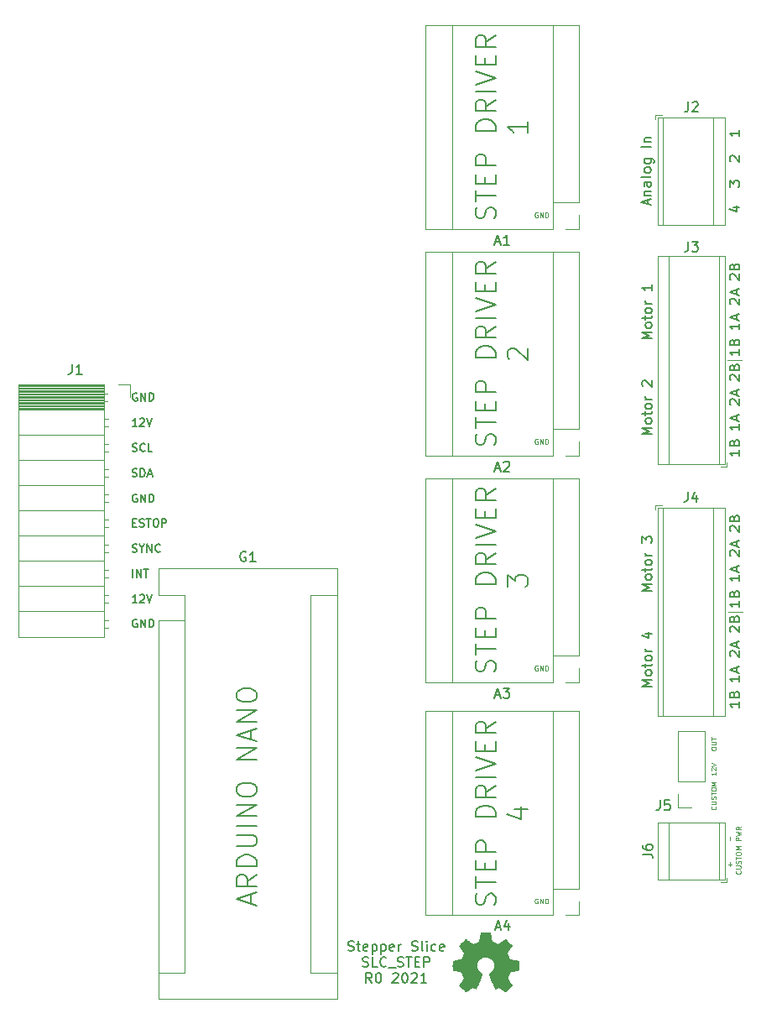
<source format=gbr>
%TF.GenerationSoftware,KiCad,Pcbnew,(6.0.4)*%
%TF.CreationDate,2023-07-24T12:38:11-04:00*%
%TF.ProjectId,BREAD_Slice,42524541-445f-4536-9c69-63652e6b6963,rev?*%
%TF.SameCoordinates,Original*%
%TF.FileFunction,Legend,Top*%
%TF.FilePolarity,Positive*%
%FSLAX46Y46*%
G04 Gerber Fmt 4.6, Leading zero omitted, Abs format (unit mm)*
G04 Created by KiCad (PCBNEW (6.0.4)) date 2023-07-24 12:38:11*
%MOMM*%
%LPD*%
G01*
G04 APERTURE LIST*
%ADD10C,0.120000*%
%ADD11C,0.150000*%
%ADD12C,0.125000*%
%ADD13C,0.010000*%
G04 APERTURE END LIST*
D10*
X191000000Y-75050000D02*
X192450000Y-75050000D01*
X191075000Y-100430000D02*
X192525000Y-100430000D01*
D11*
X131021428Y-91442857D02*
X131288095Y-91442857D01*
X131402380Y-91861904D02*
X131021428Y-91861904D01*
X131021428Y-91061904D01*
X131402380Y-91061904D01*
X131707142Y-91823809D02*
X131821428Y-91861904D01*
X132011904Y-91861904D01*
X132088095Y-91823809D01*
X132126190Y-91785714D01*
X132164285Y-91709523D01*
X132164285Y-91633333D01*
X132126190Y-91557142D01*
X132088095Y-91519047D01*
X132011904Y-91480952D01*
X131859523Y-91442857D01*
X131783333Y-91404761D01*
X131745238Y-91366666D01*
X131707142Y-91290476D01*
X131707142Y-91214285D01*
X131745238Y-91138095D01*
X131783333Y-91100000D01*
X131859523Y-91061904D01*
X132049999Y-91061904D01*
X132164285Y-91100000D01*
X132392857Y-91061904D02*
X132849999Y-91061904D01*
X132621428Y-91861904D02*
X132621428Y-91061904D01*
X133269047Y-91061904D02*
X133421428Y-91061904D01*
X133497619Y-91100000D01*
X133573809Y-91176190D01*
X133611904Y-91328571D01*
X133611904Y-91595238D01*
X133573809Y-91747619D01*
X133497619Y-91823809D01*
X133421428Y-91861904D01*
X133269047Y-91861904D01*
X133192857Y-91823809D01*
X133116666Y-91747619D01*
X133078571Y-91595238D01*
X133078571Y-91328571D01*
X133116666Y-91176190D01*
X133192857Y-91100000D01*
X133269047Y-91061904D01*
X133954761Y-91861904D02*
X133954761Y-91061904D01*
X134259523Y-91061904D01*
X134335714Y-91100000D01*
X134373809Y-91138095D01*
X134411904Y-91214285D01*
X134411904Y-91328571D01*
X134373809Y-91404761D01*
X134335714Y-91442857D01*
X134259523Y-91480952D01*
X133954761Y-91480952D01*
D12*
X171869047Y-60175000D02*
X171821428Y-60151190D01*
X171750000Y-60151190D01*
X171678571Y-60175000D01*
X171630952Y-60222619D01*
X171607142Y-60270238D01*
X171583333Y-60365476D01*
X171583333Y-60436904D01*
X171607142Y-60532142D01*
X171630952Y-60579761D01*
X171678571Y-60627380D01*
X171750000Y-60651190D01*
X171797619Y-60651190D01*
X171869047Y-60627380D01*
X171892857Y-60603571D01*
X171892857Y-60436904D01*
X171797619Y-60436904D01*
X172107142Y-60651190D02*
X172107142Y-60151190D01*
X172392857Y-60651190D01*
X172392857Y-60151190D01*
X172630952Y-60651190D02*
X172630952Y-60151190D01*
X172750000Y-60151190D01*
X172821428Y-60175000D01*
X172869047Y-60222619D01*
X172892857Y-60270238D01*
X172916666Y-60365476D01*
X172916666Y-60436904D01*
X172892857Y-60532142D01*
X172869047Y-60579761D01*
X172821428Y-60627380D01*
X172750000Y-60651190D01*
X172630952Y-60651190D01*
D11*
X191347619Y-77085714D02*
X191300000Y-77038095D01*
X191252380Y-76942857D01*
X191252380Y-76704761D01*
X191300000Y-76609523D01*
X191347619Y-76561904D01*
X191442857Y-76514285D01*
X191538095Y-76514285D01*
X191680952Y-76561904D01*
X192252380Y-77133333D01*
X192252380Y-76514285D01*
X191728571Y-75752380D02*
X191776190Y-75609523D01*
X191823809Y-75561904D01*
X191919047Y-75514285D01*
X192061904Y-75514285D01*
X192157142Y-75561904D01*
X192204761Y-75609523D01*
X192252380Y-75704761D01*
X192252380Y-76085714D01*
X191252380Y-76085714D01*
X191252380Y-75752380D01*
X191300000Y-75657142D01*
X191347619Y-75609523D01*
X191442857Y-75561904D01*
X191538095Y-75561904D01*
X191633333Y-75609523D01*
X191680952Y-75657142D01*
X191728571Y-75752380D01*
X191728571Y-76085714D01*
X192252380Y-81522857D02*
X192252380Y-82094285D01*
X192252380Y-81808571D02*
X191252380Y-81808571D01*
X191395238Y-81903809D01*
X191490476Y-81999047D01*
X191538095Y-82094285D01*
X191966666Y-81141904D02*
X191966666Y-80665714D01*
X192252380Y-81237142D02*
X191252380Y-80903809D01*
X192252380Y-80570476D01*
D12*
X191285714Y-126090476D02*
X191285714Y-125709523D01*
X191476190Y-125900000D02*
X191095238Y-125900000D01*
X189882190Y-116614523D02*
X189882190Y-116900238D01*
X189882190Y-116757380D02*
X189382190Y-116757380D01*
X189453619Y-116805000D01*
X189501238Y-116852619D01*
X189525047Y-116900238D01*
X189429809Y-116424047D02*
X189406000Y-116400238D01*
X189382190Y-116352619D01*
X189382190Y-116233571D01*
X189406000Y-116185952D01*
X189429809Y-116162142D01*
X189477428Y-116138333D01*
X189525047Y-116138333D01*
X189596476Y-116162142D01*
X189882190Y-116447857D01*
X189882190Y-116138333D01*
X189382190Y-115995476D02*
X189882190Y-115828809D01*
X189382190Y-115662142D01*
D11*
X191347619Y-79554285D02*
X191300000Y-79506666D01*
X191252380Y-79411428D01*
X191252380Y-79173333D01*
X191300000Y-79078095D01*
X191347619Y-79030476D01*
X191442857Y-78982857D01*
X191538095Y-78982857D01*
X191680952Y-79030476D01*
X192252380Y-79601904D01*
X192252380Y-78982857D01*
X191966666Y-78601904D02*
X191966666Y-78125714D01*
X192252380Y-78697142D02*
X191252380Y-78363809D01*
X192252380Y-78030476D01*
X192252380Y-109514285D02*
X192252380Y-110085714D01*
X192252380Y-109800000D02*
X191252380Y-109800000D01*
X191395238Y-109895238D01*
X191490476Y-109990476D01*
X191538095Y-110085714D01*
X191728571Y-108752380D02*
X191776190Y-108609523D01*
X191823809Y-108561904D01*
X191919047Y-108514285D01*
X192061904Y-108514285D01*
X192157142Y-108561904D01*
X192204761Y-108609523D01*
X192252380Y-108704761D01*
X192252380Y-109085714D01*
X191252380Y-109085714D01*
X191252380Y-108752380D01*
X191300000Y-108657142D01*
X191347619Y-108609523D01*
X191442857Y-108561904D01*
X191538095Y-108561904D01*
X191633333Y-108609523D01*
X191680952Y-108657142D01*
X191728571Y-108752380D01*
X191728571Y-109085714D01*
X131021428Y-96961904D02*
X131021428Y-96161904D01*
X131402380Y-96961904D02*
X131402380Y-96161904D01*
X131859523Y-96961904D01*
X131859523Y-96161904D01*
X132126190Y-96161904D02*
X132583333Y-96161904D01*
X132354761Y-96961904D02*
X132354761Y-96161904D01*
X192252380Y-84134285D02*
X192252380Y-84705714D01*
X192252380Y-84420000D02*
X191252380Y-84420000D01*
X191395238Y-84515238D01*
X191490476Y-84610476D01*
X191538095Y-84705714D01*
X191728571Y-83372380D02*
X191776190Y-83229523D01*
X191823809Y-83181904D01*
X191919047Y-83134285D01*
X192061904Y-83134285D01*
X192157142Y-83181904D01*
X192204761Y-83229523D01*
X192252380Y-83324761D01*
X192252380Y-83705714D01*
X191252380Y-83705714D01*
X191252380Y-83372380D01*
X191300000Y-83277142D01*
X191347619Y-83229523D01*
X191442857Y-83181904D01*
X191538095Y-83181904D01*
X191633333Y-83229523D01*
X191680952Y-83277142D01*
X191728571Y-83372380D01*
X191728571Y-83705714D01*
X167529523Y-106493096D02*
X167624761Y-106207381D01*
X167624761Y-105731191D01*
X167529523Y-105540715D01*
X167434285Y-105445477D01*
X167243809Y-105350239D01*
X167053333Y-105350239D01*
X166862857Y-105445477D01*
X166767619Y-105540715D01*
X166672380Y-105731191D01*
X166577142Y-106112143D01*
X166481904Y-106302620D01*
X166386666Y-106397858D01*
X166196190Y-106493096D01*
X166005714Y-106493096D01*
X165815238Y-106397858D01*
X165720000Y-106302620D01*
X165624761Y-106112143D01*
X165624761Y-105635953D01*
X165720000Y-105350239D01*
X165624761Y-104778810D02*
X165624761Y-103635953D01*
X167624761Y-104207381D02*
X165624761Y-104207381D01*
X166577142Y-102969286D02*
X166577142Y-102302620D01*
X167624761Y-102016905D02*
X167624761Y-102969286D01*
X165624761Y-102969286D01*
X165624761Y-102016905D01*
X167624761Y-101159762D02*
X165624761Y-101159762D01*
X165624761Y-100397858D01*
X165720000Y-100207381D01*
X165815238Y-100112143D01*
X166005714Y-100016905D01*
X166291428Y-100016905D01*
X166481904Y-100112143D01*
X166577142Y-100207381D01*
X166672380Y-100397858D01*
X166672380Y-101159762D01*
X167624761Y-97635953D02*
X165624761Y-97635953D01*
X165624761Y-97159762D01*
X165720000Y-96874048D01*
X165910476Y-96683572D01*
X166100952Y-96588334D01*
X166481904Y-96493096D01*
X166767619Y-96493096D01*
X167148571Y-96588334D01*
X167339047Y-96683572D01*
X167529523Y-96874048D01*
X167624761Y-97159762D01*
X167624761Y-97635953D01*
X167624761Y-94493096D02*
X166672380Y-95159762D01*
X167624761Y-95635953D02*
X165624761Y-95635953D01*
X165624761Y-94874048D01*
X165720000Y-94683572D01*
X165815238Y-94588334D01*
X166005714Y-94493096D01*
X166291428Y-94493096D01*
X166481904Y-94588334D01*
X166577142Y-94683572D01*
X166672380Y-94874048D01*
X166672380Y-95635953D01*
X167624761Y-93635953D02*
X165624761Y-93635953D01*
X165624761Y-92969286D02*
X167624761Y-92302620D01*
X165624761Y-91635953D01*
X166577142Y-90969286D02*
X166577142Y-90302620D01*
X167624761Y-90016905D02*
X167624761Y-90969286D01*
X165624761Y-90969286D01*
X165624761Y-90016905D01*
X167624761Y-88016905D02*
X166672380Y-88683572D01*
X167624761Y-89159762D02*
X165624761Y-89159762D01*
X165624761Y-88397858D01*
X165720000Y-88207381D01*
X165815238Y-88112143D01*
X166005714Y-88016905D01*
X166291428Y-88016905D01*
X166481904Y-88112143D01*
X166577142Y-88207381D01*
X166672380Y-88397858D01*
X166672380Y-89159762D01*
X168844761Y-97921667D02*
X168844761Y-96683572D01*
X169606666Y-97350239D01*
X169606666Y-97064524D01*
X169701904Y-96874048D01*
X169797142Y-96778810D01*
X169987619Y-96683572D01*
X170463809Y-96683572D01*
X170654285Y-96778810D01*
X170749523Y-96874048D01*
X170844761Y-97064524D01*
X170844761Y-97635953D01*
X170749523Y-97826429D01*
X170654285Y-97921667D01*
X130983334Y-84223809D02*
X131097619Y-84261904D01*
X131288095Y-84261904D01*
X131364286Y-84223809D01*
X131402381Y-84185714D01*
X131440476Y-84109523D01*
X131440476Y-84033333D01*
X131402381Y-83957142D01*
X131364286Y-83919047D01*
X131288095Y-83880952D01*
X131135715Y-83842857D01*
X131059524Y-83804761D01*
X131021429Y-83766666D01*
X130983334Y-83690476D01*
X130983334Y-83614285D01*
X131021429Y-83538095D01*
X131059524Y-83500000D01*
X131135715Y-83461904D01*
X131326191Y-83461904D01*
X131440476Y-83500000D01*
X132240476Y-84185714D02*
X132202381Y-84223809D01*
X132088095Y-84261904D01*
X132011905Y-84261904D01*
X131897619Y-84223809D01*
X131821429Y-84147619D01*
X131783334Y-84071428D01*
X131745238Y-83919047D01*
X131745238Y-83804761D01*
X131783334Y-83652380D01*
X131821429Y-83576190D01*
X131897619Y-83500000D01*
X132011905Y-83461904D01*
X132088095Y-83461904D01*
X132202381Y-83500000D01*
X132240476Y-83538095D01*
X132964286Y-84261904D02*
X132583334Y-84261904D01*
X132583334Y-83461904D01*
X183016666Y-59330952D02*
X183016666Y-58854761D01*
X183302380Y-59426190D02*
X182302380Y-59092857D01*
X183302380Y-58759523D01*
X182635714Y-58426190D02*
X183302380Y-58426190D01*
X182730952Y-58426190D02*
X182683333Y-58378571D01*
X182635714Y-58283333D01*
X182635714Y-58140476D01*
X182683333Y-58045238D01*
X182778571Y-57997619D01*
X183302380Y-57997619D01*
X183302380Y-57092857D02*
X182778571Y-57092857D01*
X182683333Y-57140476D01*
X182635714Y-57235714D01*
X182635714Y-57426190D01*
X182683333Y-57521428D01*
X183254761Y-57092857D02*
X183302380Y-57188095D01*
X183302380Y-57426190D01*
X183254761Y-57521428D01*
X183159523Y-57569047D01*
X183064285Y-57569047D01*
X182969047Y-57521428D01*
X182921428Y-57426190D01*
X182921428Y-57188095D01*
X182873809Y-57092857D01*
X183302380Y-56473809D02*
X183254761Y-56569047D01*
X183159523Y-56616666D01*
X182302380Y-56616666D01*
X183302380Y-55950000D02*
X183254761Y-56045238D01*
X183207142Y-56092857D01*
X183111904Y-56140476D01*
X182826190Y-56140476D01*
X182730952Y-56092857D01*
X182683333Y-56045238D01*
X182635714Y-55950000D01*
X182635714Y-55807142D01*
X182683333Y-55711904D01*
X182730952Y-55664285D01*
X182826190Y-55616666D01*
X183111904Y-55616666D01*
X183207142Y-55664285D01*
X183254761Y-55711904D01*
X183302380Y-55807142D01*
X183302380Y-55950000D01*
X182635714Y-54759523D02*
X183445238Y-54759523D01*
X183540476Y-54807142D01*
X183588095Y-54854761D01*
X183635714Y-54950000D01*
X183635714Y-55092857D01*
X183588095Y-55188095D01*
X183254761Y-54759523D02*
X183302380Y-54854761D01*
X183302380Y-55045238D01*
X183254761Y-55140476D01*
X183207142Y-55188095D01*
X183111904Y-55235714D01*
X182826190Y-55235714D01*
X182730952Y-55188095D01*
X182683333Y-55140476D01*
X182635714Y-55045238D01*
X182635714Y-54854761D01*
X182683333Y-54759523D01*
X183302380Y-53521428D02*
X182302380Y-53521428D01*
X182635714Y-53045238D02*
X183302380Y-53045238D01*
X182730952Y-53045238D02*
X182683333Y-52997619D01*
X182635714Y-52902380D01*
X182635714Y-52759523D01*
X182683333Y-52664285D01*
X182778571Y-52616666D01*
X183302380Y-52616666D01*
X152742856Y-134594761D02*
X152885713Y-134642380D01*
X153123808Y-134642380D01*
X153219046Y-134594761D01*
X153266665Y-134547142D01*
X153314284Y-134451904D01*
X153314284Y-134356666D01*
X153266665Y-134261428D01*
X153219046Y-134213809D01*
X153123808Y-134166190D01*
X152933332Y-134118571D01*
X152838094Y-134070952D01*
X152790475Y-134023333D01*
X152742856Y-133928095D01*
X152742856Y-133832857D01*
X152790475Y-133737619D01*
X152838094Y-133690000D01*
X152933332Y-133642380D01*
X153171427Y-133642380D01*
X153314284Y-133690000D01*
X153599999Y-133975714D02*
X153980951Y-133975714D01*
X153742856Y-133642380D02*
X153742856Y-134499523D01*
X153790475Y-134594761D01*
X153885713Y-134642380D01*
X153980951Y-134642380D01*
X154695237Y-134594761D02*
X154599999Y-134642380D01*
X154409522Y-134642380D01*
X154314284Y-134594761D01*
X154266665Y-134499523D01*
X154266665Y-134118571D01*
X154314284Y-134023333D01*
X154409522Y-133975714D01*
X154599999Y-133975714D01*
X154695237Y-134023333D01*
X154742856Y-134118571D01*
X154742856Y-134213809D01*
X154266665Y-134309047D01*
X155171427Y-133975714D02*
X155171427Y-134975714D01*
X155171427Y-134023333D02*
X155266665Y-133975714D01*
X155457141Y-133975714D01*
X155552379Y-134023333D01*
X155599999Y-134070952D01*
X155647618Y-134166190D01*
X155647618Y-134451904D01*
X155599999Y-134547142D01*
X155552379Y-134594761D01*
X155457141Y-134642380D01*
X155266665Y-134642380D01*
X155171427Y-134594761D01*
X156076189Y-133975714D02*
X156076189Y-134975714D01*
X156076189Y-134023333D02*
X156171427Y-133975714D01*
X156361903Y-133975714D01*
X156457141Y-134023333D01*
X156504760Y-134070952D01*
X156552379Y-134166190D01*
X156552379Y-134451904D01*
X156504760Y-134547142D01*
X156457141Y-134594761D01*
X156361903Y-134642380D01*
X156171427Y-134642380D01*
X156076189Y-134594761D01*
X157361903Y-134594761D02*
X157266665Y-134642380D01*
X157076189Y-134642380D01*
X156980951Y-134594761D01*
X156933332Y-134499523D01*
X156933332Y-134118571D01*
X156980951Y-134023333D01*
X157076189Y-133975714D01*
X157266665Y-133975714D01*
X157361903Y-134023333D01*
X157409522Y-134118571D01*
X157409522Y-134213809D01*
X156933332Y-134309047D01*
X157838094Y-134642380D02*
X157838094Y-133975714D01*
X157838094Y-134166190D02*
X157885713Y-134070952D01*
X157933332Y-134023333D01*
X158028570Y-133975714D01*
X158123808Y-133975714D01*
X159171427Y-134594761D02*
X159314284Y-134642380D01*
X159552379Y-134642380D01*
X159647618Y-134594761D01*
X159695237Y-134547142D01*
X159742856Y-134451904D01*
X159742856Y-134356666D01*
X159695237Y-134261428D01*
X159647618Y-134213809D01*
X159552379Y-134166190D01*
X159361903Y-134118571D01*
X159266665Y-134070952D01*
X159219046Y-134023333D01*
X159171427Y-133928095D01*
X159171427Y-133832857D01*
X159219046Y-133737619D01*
X159266665Y-133690000D01*
X159361903Y-133642380D01*
X159599999Y-133642380D01*
X159742856Y-133690000D01*
X160314284Y-134642380D02*
X160219046Y-134594761D01*
X160171427Y-134499523D01*
X160171427Y-133642380D01*
X160695237Y-134642380D02*
X160695237Y-133975714D01*
X160695237Y-133642380D02*
X160647618Y-133690000D01*
X160695237Y-133737619D01*
X160742856Y-133690000D01*
X160695237Y-133642380D01*
X160695237Y-133737619D01*
X161599999Y-134594761D02*
X161504760Y-134642380D01*
X161314284Y-134642380D01*
X161219046Y-134594761D01*
X161171427Y-134547142D01*
X161123808Y-134451904D01*
X161123808Y-134166190D01*
X161171427Y-134070952D01*
X161219046Y-134023333D01*
X161314284Y-133975714D01*
X161504760Y-133975714D01*
X161599999Y-134023333D01*
X162409522Y-134594761D02*
X162314284Y-134642380D01*
X162123808Y-134642380D01*
X162028570Y-134594761D01*
X161980951Y-134499523D01*
X161980951Y-134118571D01*
X162028570Y-134023333D01*
X162123808Y-133975714D01*
X162314284Y-133975714D01*
X162409522Y-134023333D01*
X162457141Y-134118571D01*
X162457141Y-134213809D01*
X161980951Y-134309047D01*
X154219046Y-136204761D02*
X154361903Y-136252380D01*
X154599999Y-136252380D01*
X154695237Y-136204761D01*
X154742856Y-136157142D01*
X154790475Y-136061904D01*
X154790475Y-135966666D01*
X154742856Y-135871428D01*
X154695237Y-135823809D01*
X154599999Y-135776190D01*
X154409522Y-135728571D01*
X154314284Y-135680952D01*
X154266665Y-135633333D01*
X154219046Y-135538095D01*
X154219046Y-135442857D01*
X154266665Y-135347619D01*
X154314284Y-135300000D01*
X154409522Y-135252380D01*
X154647618Y-135252380D01*
X154790475Y-135300000D01*
X155695237Y-136252380D02*
X155219046Y-136252380D01*
X155219046Y-135252380D01*
X156599999Y-136157142D02*
X156552379Y-136204761D01*
X156409522Y-136252380D01*
X156314284Y-136252380D01*
X156171427Y-136204761D01*
X156076189Y-136109523D01*
X156028570Y-136014285D01*
X155980951Y-135823809D01*
X155980951Y-135680952D01*
X156028570Y-135490476D01*
X156076189Y-135395238D01*
X156171427Y-135300000D01*
X156314284Y-135252380D01*
X156409522Y-135252380D01*
X156552379Y-135300000D01*
X156599999Y-135347619D01*
X156790475Y-136347619D02*
X157552379Y-136347619D01*
X157742856Y-136204761D02*
X157885713Y-136252380D01*
X158123808Y-136252380D01*
X158219046Y-136204761D01*
X158266665Y-136157142D01*
X158314284Y-136061904D01*
X158314284Y-135966666D01*
X158266665Y-135871428D01*
X158219046Y-135823809D01*
X158123808Y-135776190D01*
X157933332Y-135728571D01*
X157838094Y-135680952D01*
X157790475Y-135633333D01*
X157742856Y-135538095D01*
X157742856Y-135442857D01*
X157790475Y-135347619D01*
X157838094Y-135300000D01*
X157933332Y-135252380D01*
X158171427Y-135252380D01*
X158314284Y-135300000D01*
X158599999Y-135252380D02*
X159171427Y-135252380D01*
X158885713Y-136252380D02*
X158885713Y-135252380D01*
X159504760Y-135728571D02*
X159838094Y-135728571D01*
X159980951Y-136252380D02*
X159504760Y-136252380D01*
X159504760Y-135252380D01*
X159980951Y-135252380D01*
X160409522Y-136252380D02*
X160409522Y-135252380D01*
X160790475Y-135252380D01*
X160885713Y-135300000D01*
X160933332Y-135347619D01*
X160980951Y-135442857D01*
X160980951Y-135585714D01*
X160933332Y-135680952D01*
X160885713Y-135728571D01*
X160790475Y-135776190D01*
X160409522Y-135776190D01*
X155147618Y-137862380D02*
X154814284Y-137386190D01*
X154576189Y-137862380D02*
X154576189Y-136862380D01*
X154957141Y-136862380D01*
X155052379Y-136910000D01*
X155099999Y-136957619D01*
X155147618Y-137052857D01*
X155147618Y-137195714D01*
X155099999Y-137290952D01*
X155052379Y-137338571D01*
X154957141Y-137386190D01*
X154576189Y-137386190D01*
X155766665Y-136862380D02*
X155861903Y-136862380D01*
X155957141Y-136910000D01*
X156004760Y-136957619D01*
X156052379Y-137052857D01*
X156099999Y-137243333D01*
X156099999Y-137481428D01*
X156052379Y-137671904D01*
X156004760Y-137767142D01*
X155957141Y-137814761D01*
X155861903Y-137862380D01*
X155766665Y-137862380D01*
X155671427Y-137814761D01*
X155623808Y-137767142D01*
X155576189Y-137671904D01*
X155528570Y-137481428D01*
X155528570Y-137243333D01*
X155576189Y-137052857D01*
X155623808Y-136957619D01*
X155671427Y-136910000D01*
X155766665Y-136862380D01*
X157242856Y-136957619D02*
X157290475Y-136910000D01*
X157385713Y-136862380D01*
X157623808Y-136862380D01*
X157719046Y-136910000D01*
X157766665Y-136957619D01*
X157814284Y-137052857D01*
X157814284Y-137148095D01*
X157766665Y-137290952D01*
X157195237Y-137862380D01*
X157814284Y-137862380D01*
X158433332Y-136862380D02*
X158528570Y-136862380D01*
X158623808Y-136910000D01*
X158671427Y-136957619D01*
X158719046Y-137052857D01*
X158766665Y-137243333D01*
X158766665Y-137481428D01*
X158719046Y-137671904D01*
X158671427Y-137767142D01*
X158623808Y-137814761D01*
X158528570Y-137862380D01*
X158433332Y-137862380D01*
X158338094Y-137814761D01*
X158290475Y-137767142D01*
X158242856Y-137671904D01*
X158195237Y-137481428D01*
X158195237Y-137243333D01*
X158242856Y-137052857D01*
X158290475Y-136957619D01*
X158338094Y-136910000D01*
X158433332Y-136862380D01*
X159147618Y-136957619D02*
X159195237Y-136910000D01*
X159290475Y-136862380D01*
X159528570Y-136862380D01*
X159623808Y-136910000D01*
X159671427Y-136957619D01*
X159719046Y-137052857D01*
X159719046Y-137148095D01*
X159671427Y-137290952D01*
X159099999Y-137862380D01*
X159719046Y-137862380D01*
X160671427Y-137862380D02*
X160099999Y-137862380D01*
X160385713Y-137862380D02*
X160385713Y-136862380D01*
X160290475Y-137005238D01*
X160195237Y-137100476D01*
X160099999Y-137148095D01*
X183402380Y-98294476D02*
X182402380Y-98294476D01*
X183116666Y-97961142D01*
X182402380Y-97627809D01*
X183402380Y-97627809D01*
X183402380Y-97008761D02*
X183354761Y-97104000D01*
X183307142Y-97151619D01*
X183211904Y-97199238D01*
X182926190Y-97199238D01*
X182830952Y-97151619D01*
X182783333Y-97104000D01*
X182735714Y-97008761D01*
X182735714Y-96865904D01*
X182783333Y-96770666D01*
X182830952Y-96723047D01*
X182926190Y-96675428D01*
X183211904Y-96675428D01*
X183307142Y-96723047D01*
X183354761Y-96770666D01*
X183402380Y-96865904D01*
X183402380Y-97008761D01*
X182735714Y-96389714D02*
X182735714Y-96008761D01*
X182402380Y-96246857D02*
X183259523Y-96246857D01*
X183354761Y-96199238D01*
X183402380Y-96104000D01*
X183402380Y-96008761D01*
X183402380Y-95532571D02*
X183354761Y-95627809D01*
X183307142Y-95675428D01*
X183211904Y-95723047D01*
X182926190Y-95723047D01*
X182830952Y-95675428D01*
X182783333Y-95627809D01*
X182735714Y-95532571D01*
X182735714Y-95389714D01*
X182783333Y-95294476D01*
X182830952Y-95246857D01*
X182926190Y-95199238D01*
X183211904Y-95199238D01*
X183307142Y-95246857D01*
X183354761Y-95294476D01*
X183402380Y-95389714D01*
X183402380Y-95532571D01*
X183402380Y-94770666D02*
X182735714Y-94770666D01*
X182926190Y-94770666D02*
X182830952Y-94723047D01*
X182783333Y-94675428D01*
X182735714Y-94580190D01*
X182735714Y-94484952D01*
X182402380Y-93484952D02*
X182402380Y-92865904D01*
X182783333Y-93199238D01*
X182783333Y-93056380D01*
X182830952Y-92961142D01*
X182878571Y-92913523D01*
X182973809Y-92865904D01*
X183211904Y-92865904D01*
X183307142Y-92913523D01*
X183354761Y-92961142D01*
X183402380Y-93056380D01*
X183402380Y-93342095D01*
X183354761Y-93437333D01*
X183307142Y-93484952D01*
X191347619Y-54995715D02*
X191300000Y-54948096D01*
X191252380Y-54852858D01*
X191252380Y-54614762D01*
X191300000Y-54519524D01*
X191347619Y-54471905D01*
X191442857Y-54424286D01*
X191538095Y-54424286D01*
X191680952Y-54471905D01*
X192252380Y-55043334D01*
X192252380Y-54424286D01*
X131440476Y-101250000D02*
X131364285Y-101211904D01*
X131250000Y-101211904D01*
X131135714Y-101250000D01*
X131059523Y-101326190D01*
X131021428Y-101402380D01*
X130983333Y-101554761D01*
X130983333Y-101669047D01*
X131021428Y-101821428D01*
X131059523Y-101897619D01*
X131135714Y-101973809D01*
X131250000Y-102011904D01*
X131326190Y-102011904D01*
X131440476Y-101973809D01*
X131478571Y-101935714D01*
X131478571Y-101669047D01*
X131326190Y-101669047D01*
X131821428Y-102011904D02*
X131821428Y-101211904D01*
X132278571Y-102011904D01*
X132278571Y-101211904D01*
X132659523Y-102011904D02*
X132659523Y-101211904D01*
X132850000Y-101211904D01*
X132964285Y-101250000D01*
X133040476Y-101326190D01*
X133078571Y-101402380D01*
X133116666Y-101554761D01*
X133116666Y-101669047D01*
X133078571Y-101821428D01*
X133040476Y-101897619D01*
X132964285Y-101973809D01*
X132850000Y-102011904D01*
X132659523Y-102011904D01*
X167529523Y-60773096D02*
X167624761Y-60487381D01*
X167624761Y-60011191D01*
X167529523Y-59820715D01*
X167434285Y-59725477D01*
X167243809Y-59630239D01*
X167053333Y-59630239D01*
X166862857Y-59725477D01*
X166767619Y-59820715D01*
X166672380Y-60011191D01*
X166577142Y-60392143D01*
X166481904Y-60582620D01*
X166386666Y-60677858D01*
X166196190Y-60773096D01*
X166005714Y-60773096D01*
X165815238Y-60677858D01*
X165720000Y-60582620D01*
X165624761Y-60392143D01*
X165624761Y-59915953D01*
X165720000Y-59630239D01*
X165624761Y-59058810D02*
X165624761Y-57915953D01*
X167624761Y-58487381D02*
X165624761Y-58487381D01*
X166577142Y-57249286D02*
X166577142Y-56582620D01*
X167624761Y-56296905D02*
X167624761Y-57249286D01*
X165624761Y-57249286D01*
X165624761Y-56296905D01*
X167624761Y-55439762D02*
X165624761Y-55439762D01*
X165624761Y-54677858D01*
X165720000Y-54487381D01*
X165815238Y-54392143D01*
X166005714Y-54296905D01*
X166291428Y-54296905D01*
X166481904Y-54392143D01*
X166577142Y-54487381D01*
X166672380Y-54677858D01*
X166672380Y-55439762D01*
X167624761Y-51915953D02*
X165624761Y-51915953D01*
X165624761Y-51439762D01*
X165720000Y-51154048D01*
X165910476Y-50963572D01*
X166100952Y-50868334D01*
X166481904Y-50773096D01*
X166767619Y-50773096D01*
X167148571Y-50868334D01*
X167339047Y-50963572D01*
X167529523Y-51154048D01*
X167624761Y-51439762D01*
X167624761Y-51915953D01*
X167624761Y-48773096D02*
X166672380Y-49439762D01*
X167624761Y-49915953D02*
X165624761Y-49915953D01*
X165624761Y-49154048D01*
X165720000Y-48963572D01*
X165815238Y-48868334D01*
X166005714Y-48773096D01*
X166291428Y-48773096D01*
X166481904Y-48868334D01*
X166577142Y-48963572D01*
X166672380Y-49154048D01*
X166672380Y-49915953D01*
X167624761Y-47915953D02*
X165624761Y-47915953D01*
X165624761Y-47249286D02*
X167624761Y-46582620D01*
X165624761Y-45915953D01*
X166577142Y-45249286D02*
X166577142Y-44582620D01*
X167624761Y-44296905D02*
X167624761Y-45249286D01*
X165624761Y-45249286D01*
X165624761Y-44296905D01*
X167624761Y-42296905D02*
X166672380Y-42963572D01*
X167624761Y-43439762D02*
X165624761Y-43439762D01*
X165624761Y-42677858D01*
X165720000Y-42487381D01*
X165815238Y-42392143D01*
X166005714Y-42296905D01*
X166291428Y-42296905D01*
X166481904Y-42392143D01*
X166577142Y-42487381D01*
X166672380Y-42677858D01*
X166672380Y-43439762D01*
X170844761Y-50963572D02*
X170844761Y-52106429D01*
X170844761Y-51535001D02*
X168844761Y-51535001D01*
X169130476Y-51725477D01*
X169320952Y-51915953D01*
X169416190Y-52106429D01*
X192252380Y-106902857D02*
X192252380Y-107474285D01*
X192252380Y-107188571D02*
X191252380Y-107188571D01*
X191395238Y-107283809D01*
X191490476Y-107379047D01*
X191538095Y-107474285D01*
X191966666Y-106521904D02*
X191966666Y-106045714D01*
X192252380Y-106617142D02*
X191252380Y-106283809D01*
X192252380Y-105950476D01*
X192252380Y-96752857D02*
X192252380Y-97324285D01*
X192252380Y-97038571D02*
X191252380Y-97038571D01*
X191395238Y-97133809D01*
X191490476Y-97229047D01*
X191538095Y-97324285D01*
X191966666Y-96371904D02*
X191966666Y-95895714D01*
X192252380Y-96467142D02*
X191252380Y-96133809D01*
X192252380Y-95800476D01*
X192252380Y-73984285D02*
X192252380Y-74555714D01*
X192252380Y-74270000D02*
X191252380Y-74270000D01*
X191395238Y-74365238D01*
X191490476Y-74460476D01*
X191538095Y-74555714D01*
X191728571Y-73222380D02*
X191776190Y-73079523D01*
X191823809Y-73031904D01*
X191919047Y-72984285D01*
X192061904Y-72984285D01*
X192157142Y-73031904D01*
X192204761Y-73079523D01*
X192252380Y-73174761D01*
X192252380Y-73555714D01*
X191252380Y-73555714D01*
X191252380Y-73222380D01*
X191300000Y-73127142D01*
X191347619Y-73079523D01*
X191442857Y-73031904D01*
X191538095Y-73031904D01*
X191633333Y-73079523D01*
X191680952Y-73127142D01*
X191728571Y-73222380D01*
X191728571Y-73555714D01*
D12*
X192328571Y-126559523D02*
X192352380Y-126583333D01*
X192376190Y-126654761D01*
X192376190Y-126702380D01*
X192352380Y-126773809D01*
X192304761Y-126821428D01*
X192257142Y-126845238D01*
X192161904Y-126869047D01*
X192090476Y-126869047D01*
X191995238Y-126845238D01*
X191947619Y-126821428D01*
X191900000Y-126773809D01*
X191876190Y-126702380D01*
X191876190Y-126654761D01*
X191900000Y-126583333D01*
X191923809Y-126559523D01*
X191876190Y-126345238D02*
X192280952Y-126345238D01*
X192328571Y-126321428D01*
X192352380Y-126297619D01*
X192376190Y-126250000D01*
X192376190Y-126154761D01*
X192352380Y-126107142D01*
X192328571Y-126083333D01*
X192280952Y-126059523D01*
X191876190Y-126059523D01*
X192352380Y-125845238D02*
X192376190Y-125773809D01*
X192376190Y-125654761D01*
X192352380Y-125607142D01*
X192328571Y-125583333D01*
X192280952Y-125559523D01*
X192233333Y-125559523D01*
X192185714Y-125583333D01*
X192161904Y-125607142D01*
X192138095Y-125654761D01*
X192114285Y-125750000D01*
X192090476Y-125797619D01*
X192066666Y-125821428D01*
X192019047Y-125845238D01*
X191971428Y-125845238D01*
X191923809Y-125821428D01*
X191900000Y-125797619D01*
X191876190Y-125750000D01*
X191876190Y-125630952D01*
X191900000Y-125559523D01*
X191876190Y-125416666D02*
X191876190Y-125130952D01*
X192376190Y-125273809D02*
X191876190Y-125273809D01*
X191876190Y-124869047D02*
X191876190Y-124773809D01*
X191900000Y-124726190D01*
X191947619Y-124678571D01*
X192042857Y-124654761D01*
X192209523Y-124654761D01*
X192304761Y-124678571D01*
X192352380Y-124726190D01*
X192376190Y-124773809D01*
X192376190Y-124869047D01*
X192352380Y-124916666D01*
X192304761Y-124964285D01*
X192209523Y-124988095D01*
X192042857Y-124988095D01*
X191947619Y-124964285D01*
X191900000Y-124916666D01*
X191876190Y-124869047D01*
X192376190Y-124440476D02*
X191876190Y-124440476D01*
X192233333Y-124273809D01*
X191876190Y-124107142D01*
X192376190Y-124107142D01*
X192376190Y-123488095D02*
X191876190Y-123488095D01*
X191876190Y-123297619D01*
X191900000Y-123250000D01*
X191923809Y-123226190D01*
X191971428Y-123202380D01*
X192042857Y-123202380D01*
X192090476Y-123226190D01*
X192114285Y-123250000D01*
X192138095Y-123297619D01*
X192138095Y-123488095D01*
X191876190Y-123035714D02*
X192376190Y-122916666D01*
X192019047Y-122821428D01*
X192376190Y-122726190D01*
X191876190Y-122607142D01*
X192376190Y-122130952D02*
X192138095Y-122297619D01*
X192376190Y-122416666D02*
X191876190Y-122416666D01*
X191876190Y-122226190D01*
X191900000Y-122178571D01*
X191923809Y-122154761D01*
X191971428Y-122130952D01*
X192042857Y-122130952D01*
X192090476Y-122154761D01*
X192114285Y-122178571D01*
X192138095Y-122226190D01*
X192138095Y-122416666D01*
D11*
X191347619Y-69404285D02*
X191300000Y-69356666D01*
X191252380Y-69261428D01*
X191252380Y-69023333D01*
X191300000Y-68928095D01*
X191347619Y-68880476D01*
X191442857Y-68832857D01*
X191538095Y-68832857D01*
X191680952Y-68880476D01*
X192252380Y-69451904D01*
X192252380Y-68832857D01*
X191966666Y-68451904D02*
X191966666Y-67975714D01*
X192252380Y-68547142D02*
X191252380Y-68213809D01*
X192252380Y-67880476D01*
X130983333Y-86773809D02*
X131097619Y-86811904D01*
X131288095Y-86811904D01*
X131364285Y-86773809D01*
X131402381Y-86735714D01*
X131440476Y-86659523D01*
X131440476Y-86583333D01*
X131402381Y-86507142D01*
X131364285Y-86469047D01*
X131288095Y-86430952D01*
X131135714Y-86392857D01*
X131059523Y-86354761D01*
X131021428Y-86316666D01*
X130983333Y-86240476D01*
X130983333Y-86164285D01*
X131021428Y-86088095D01*
X131059523Y-86050000D01*
X131135714Y-86011904D01*
X131326190Y-86011904D01*
X131440476Y-86050000D01*
X131783333Y-86811904D02*
X131783333Y-86011904D01*
X131973809Y-86011904D01*
X132088095Y-86050000D01*
X132164285Y-86126190D01*
X132202381Y-86202380D01*
X132240476Y-86354761D01*
X132240476Y-86469047D01*
X132202381Y-86621428D01*
X132164285Y-86697619D01*
X132088095Y-86773809D01*
X131973809Y-86811904D01*
X131783333Y-86811904D01*
X132545238Y-86583333D02*
X132926190Y-86583333D01*
X132469047Y-86811904D02*
X132735714Y-86011904D01*
X133002381Y-86811904D01*
X192252380Y-51884286D02*
X192252380Y-52455715D01*
X192252380Y-52170001D02*
X191252380Y-52170001D01*
X191395238Y-52265239D01*
X191490476Y-52360477D01*
X191538095Y-52455715D01*
X191347619Y-92315714D02*
X191300000Y-92268095D01*
X191252380Y-92172857D01*
X191252380Y-91934761D01*
X191300000Y-91839523D01*
X191347619Y-91791904D01*
X191442857Y-91744285D01*
X191538095Y-91744285D01*
X191680952Y-91791904D01*
X192252380Y-92363333D01*
X192252380Y-91744285D01*
X191728571Y-90982380D02*
X191776190Y-90839523D01*
X191823809Y-90791904D01*
X191919047Y-90744285D01*
X192061904Y-90744285D01*
X192157142Y-90791904D01*
X192204761Y-90839523D01*
X192252380Y-90934761D01*
X192252380Y-91315714D01*
X191252380Y-91315714D01*
X191252380Y-90982380D01*
X191300000Y-90887142D01*
X191347619Y-90839523D01*
X191442857Y-90791904D01*
X191538095Y-90791904D01*
X191633333Y-90839523D01*
X191680952Y-90887142D01*
X191728571Y-90982380D01*
X191728571Y-91315714D01*
X131440476Y-88600000D02*
X131364285Y-88561904D01*
X131250000Y-88561904D01*
X131135714Y-88600000D01*
X131059523Y-88676190D01*
X131021428Y-88752380D01*
X130983333Y-88904761D01*
X130983333Y-89019047D01*
X131021428Y-89171428D01*
X131059523Y-89247619D01*
X131135714Y-89323809D01*
X131250000Y-89361904D01*
X131326190Y-89361904D01*
X131440476Y-89323809D01*
X131478571Y-89285714D01*
X131478571Y-89019047D01*
X131326190Y-89019047D01*
X131821428Y-89361904D02*
X131821428Y-88561904D01*
X132278571Y-89361904D01*
X132278571Y-88561904D01*
X132659523Y-89361904D02*
X132659523Y-88561904D01*
X132850000Y-88561904D01*
X132964285Y-88600000D01*
X133040476Y-88676190D01*
X133078571Y-88752380D01*
X133116666Y-88904761D01*
X133116666Y-89019047D01*
X133078571Y-89171428D01*
X133040476Y-89247619D01*
X132964285Y-89323809D01*
X132850000Y-89361904D01*
X132659523Y-89361904D01*
X191347619Y-102465714D02*
X191300000Y-102418095D01*
X191252380Y-102322857D01*
X191252380Y-102084761D01*
X191300000Y-101989523D01*
X191347619Y-101941904D01*
X191442857Y-101894285D01*
X191538095Y-101894285D01*
X191680952Y-101941904D01*
X192252380Y-102513333D01*
X192252380Y-101894285D01*
X191728571Y-101132380D02*
X191776190Y-100989523D01*
X191823809Y-100941904D01*
X191919047Y-100894285D01*
X192061904Y-100894285D01*
X192157142Y-100941904D01*
X192204761Y-100989523D01*
X192252380Y-101084761D01*
X192252380Y-101465714D01*
X191252380Y-101465714D01*
X191252380Y-101132380D01*
X191300000Y-101037142D01*
X191347619Y-100989523D01*
X191442857Y-100941904D01*
X191538095Y-100941904D01*
X191633333Y-100989523D01*
X191680952Y-101037142D01*
X191728571Y-101132380D01*
X191728571Y-101465714D01*
X191347619Y-104934285D02*
X191300000Y-104886666D01*
X191252380Y-104791428D01*
X191252380Y-104553333D01*
X191300000Y-104458095D01*
X191347619Y-104410476D01*
X191442857Y-104362857D01*
X191538095Y-104362857D01*
X191680952Y-104410476D01*
X192252380Y-104981904D01*
X192252380Y-104362857D01*
X191966666Y-103981904D02*
X191966666Y-103505714D01*
X192252380Y-104077142D02*
X191252380Y-103743809D01*
X192252380Y-103410476D01*
X192252380Y-99364285D02*
X192252380Y-99935714D01*
X192252380Y-99650000D02*
X191252380Y-99650000D01*
X191395238Y-99745238D01*
X191490476Y-99840476D01*
X191538095Y-99935714D01*
X191728571Y-98602380D02*
X191776190Y-98459523D01*
X191823809Y-98411904D01*
X191919047Y-98364285D01*
X192061904Y-98364285D01*
X192157142Y-98411904D01*
X192204761Y-98459523D01*
X192252380Y-98554761D01*
X192252380Y-98935714D01*
X191252380Y-98935714D01*
X191252380Y-98602380D01*
X191300000Y-98507142D01*
X191347619Y-98459523D01*
X191442857Y-98411904D01*
X191538095Y-98411904D01*
X191633333Y-98459523D01*
X191680952Y-98507142D01*
X191728571Y-98602380D01*
X191728571Y-98935714D01*
X183402380Y-82540476D02*
X182402380Y-82540476D01*
X183116666Y-82207142D01*
X182402380Y-81873809D01*
X183402380Y-81873809D01*
X183402380Y-81254761D02*
X183354761Y-81350000D01*
X183307142Y-81397619D01*
X183211904Y-81445238D01*
X182926190Y-81445238D01*
X182830952Y-81397619D01*
X182783333Y-81350000D01*
X182735714Y-81254761D01*
X182735714Y-81111904D01*
X182783333Y-81016666D01*
X182830952Y-80969047D01*
X182926190Y-80921428D01*
X183211904Y-80921428D01*
X183307142Y-80969047D01*
X183354761Y-81016666D01*
X183402380Y-81111904D01*
X183402380Y-81254761D01*
X182735714Y-80635714D02*
X182735714Y-80254761D01*
X182402380Y-80492857D02*
X183259523Y-80492857D01*
X183354761Y-80445238D01*
X183402380Y-80350000D01*
X183402380Y-80254761D01*
X183402380Y-79778571D02*
X183354761Y-79873809D01*
X183307142Y-79921428D01*
X183211904Y-79969047D01*
X182926190Y-79969047D01*
X182830952Y-79921428D01*
X182783333Y-79873809D01*
X182735714Y-79778571D01*
X182735714Y-79635714D01*
X182783333Y-79540476D01*
X182830952Y-79492857D01*
X182926190Y-79445238D01*
X183211904Y-79445238D01*
X183307142Y-79492857D01*
X183354761Y-79540476D01*
X183402380Y-79635714D01*
X183402380Y-79778571D01*
X183402380Y-79016666D02*
X182735714Y-79016666D01*
X182926190Y-79016666D02*
X182830952Y-78969047D01*
X182783333Y-78921428D01*
X182735714Y-78826190D01*
X182735714Y-78730952D01*
X182497619Y-77683333D02*
X182450000Y-77635714D01*
X182402380Y-77540476D01*
X182402380Y-77302380D01*
X182450000Y-77207142D01*
X182497619Y-77159523D01*
X182592857Y-77111904D01*
X182688095Y-77111904D01*
X182830952Y-77159523D01*
X183402380Y-77730952D01*
X183402380Y-77111904D01*
D12*
X189834571Y-120055333D02*
X189858380Y-120079142D01*
X189882190Y-120150571D01*
X189882190Y-120198190D01*
X189858380Y-120269619D01*
X189810761Y-120317238D01*
X189763142Y-120341047D01*
X189667904Y-120364857D01*
X189596476Y-120364857D01*
X189501238Y-120341047D01*
X189453619Y-120317238D01*
X189406000Y-120269619D01*
X189382190Y-120198190D01*
X189382190Y-120150571D01*
X189406000Y-120079142D01*
X189429809Y-120055333D01*
X189382190Y-119841047D02*
X189786952Y-119841047D01*
X189834571Y-119817238D01*
X189858380Y-119793428D01*
X189882190Y-119745809D01*
X189882190Y-119650571D01*
X189858380Y-119602952D01*
X189834571Y-119579142D01*
X189786952Y-119555333D01*
X189382190Y-119555333D01*
X189858380Y-119341047D02*
X189882190Y-119269619D01*
X189882190Y-119150571D01*
X189858380Y-119102952D01*
X189834571Y-119079142D01*
X189786952Y-119055333D01*
X189739333Y-119055333D01*
X189691714Y-119079142D01*
X189667904Y-119102952D01*
X189644095Y-119150571D01*
X189620285Y-119245809D01*
X189596476Y-119293428D01*
X189572666Y-119317238D01*
X189525047Y-119341047D01*
X189477428Y-119341047D01*
X189429809Y-119317238D01*
X189406000Y-119293428D01*
X189382190Y-119245809D01*
X189382190Y-119126761D01*
X189406000Y-119055333D01*
X189382190Y-118912476D02*
X189382190Y-118626761D01*
X189882190Y-118769619D02*
X189382190Y-118769619D01*
X189382190Y-118364857D02*
X189382190Y-118269619D01*
X189406000Y-118222000D01*
X189453619Y-118174380D01*
X189548857Y-118150571D01*
X189715523Y-118150571D01*
X189810761Y-118174380D01*
X189858380Y-118222000D01*
X189882190Y-118269619D01*
X189882190Y-118364857D01*
X189858380Y-118412476D01*
X189810761Y-118460095D01*
X189715523Y-118483904D01*
X189548857Y-118483904D01*
X189453619Y-118460095D01*
X189406000Y-118412476D01*
X189382190Y-118364857D01*
X189882190Y-117936285D02*
X189382190Y-117936285D01*
X189739333Y-117769619D01*
X189382190Y-117602952D01*
X189882190Y-117602952D01*
D11*
X192252380Y-71372857D02*
X192252380Y-71944285D01*
X192252380Y-71658571D02*
X191252380Y-71658571D01*
X191395238Y-71753809D01*
X191490476Y-71849047D01*
X191538095Y-71944285D01*
X191966666Y-70991904D02*
X191966666Y-70515714D01*
X192252380Y-71087142D02*
X191252380Y-70753809D01*
X192252380Y-70420476D01*
X191347619Y-94784285D02*
X191300000Y-94736666D01*
X191252380Y-94641428D01*
X191252380Y-94403333D01*
X191300000Y-94308095D01*
X191347619Y-94260476D01*
X191442857Y-94212857D01*
X191538095Y-94212857D01*
X191680952Y-94260476D01*
X192252380Y-94831904D01*
X192252380Y-94212857D01*
X191966666Y-93831904D02*
X191966666Y-93355714D01*
X192252380Y-93927142D02*
X191252380Y-93593809D01*
X192252380Y-93260476D01*
X131440476Y-78400000D02*
X131364285Y-78361904D01*
X131250000Y-78361904D01*
X131135714Y-78400000D01*
X131059523Y-78476190D01*
X131021428Y-78552380D01*
X130983333Y-78704761D01*
X130983333Y-78819047D01*
X131021428Y-78971428D01*
X131059523Y-79047619D01*
X131135714Y-79123809D01*
X131250000Y-79161904D01*
X131326190Y-79161904D01*
X131440476Y-79123809D01*
X131478571Y-79085714D01*
X131478571Y-78819047D01*
X131326190Y-78819047D01*
X131821428Y-79161904D02*
X131821428Y-78361904D01*
X132278571Y-79161904D01*
X132278571Y-78361904D01*
X132659523Y-79161904D02*
X132659523Y-78361904D01*
X132850000Y-78361904D01*
X132964285Y-78400000D01*
X133040476Y-78476190D01*
X133078571Y-78552380D01*
X133116666Y-78704761D01*
X133116666Y-78819047D01*
X133078571Y-78971428D01*
X133040476Y-79047619D01*
X132964285Y-79123809D01*
X132850000Y-79161904D01*
X132659523Y-79161904D01*
X167529523Y-129988096D02*
X167624761Y-129702381D01*
X167624761Y-129226191D01*
X167529523Y-129035715D01*
X167434285Y-128940477D01*
X167243809Y-128845239D01*
X167053333Y-128845239D01*
X166862857Y-128940477D01*
X166767619Y-129035715D01*
X166672380Y-129226191D01*
X166577142Y-129607143D01*
X166481904Y-129797620D01*
X166386666Y-129892858D01*
X166196190Y-129988096D01*
X166005714Y-129988096D01*
X165815238Y-129892858D01*
X165720000Y-129797620D01*
X165624761Y-129607143D01*
X165624761Y-129130953D01*
X165720000Y-128845239D01*
X165624761Y-128273810D02*
X165624761Y-127130953D01*
X167624761Y-127702381D02*
X165624761Y-127702381D01*
X166577142Y-126464286D02*
X166577142Y-125797620D01*
X167624761Y-125511905D02*
X167624761Y-126464286D01*
X165624761Y-126464286D01*
X165624761Y-125511905D01*
X167624761Y-124654762D02*
X165624761Y-124654762D01*
X165624761Y-123892858D01*
X165720000Y-123702381D01*
X165815238Y-123607143D01*
X166005714Y-123511905D01*
X166291428Y-123511905D01*
X166481904Y-123607143D01*
X166577142Y-123702381D01*
X166672380Y-123892858D01*
X166672380Y-124654762D01*
X167624761Y-121130953D02*
X165624761Y-121130953D01*
X165624761Y-120654762D01*
X165720000Y-120369048D01*
X165910476Y-120178572D01*
X166100952Y-120083334D01*
X166481904Y-119988096D01*
X166767619Y-119988096D01*
X167148571Y-120083334D01*
X167339047Y-120178572D01*
X167529523Y-120369048D01*
X167624761Y-120654762D01*
X167624761Y-121130953D01*
X167624761Y-117988096D02*
X166672380Y-118654762D01*
X167624761Y-119130953D02*
X165624761Y-119130953D01*
X165624761Y-118369048D01*
X165720000Y-118178572D01*
X165815238Y-118083334D01*
X166005714Y-117988096D01*
X166291428Y-117988096D01*
X166481904Y-118083334D01*
X166577142Y-118178572D01*
X166672380Y-118369048D01*
X166672380Y-119130953D01*
X167624761Y-117130953D02*
X165624761Y-117130953D01*
X165624761Y-116464286D02*
X167624761Y-115797620D01*
X165624761Y-115130953D01*
X166577142Y-114464286D02*
X166577142Y-113797620D01*
X167624761Y-113511905D02*
X167624761Y-114464286D01*
X165624761Y-114464286D01*
X165624761Y-113511905D01*
X167624761Y-111511905D02*
X166672380Y-112178572D01*
X167624761Y-112654762D02*
X165624761Y-112654762D01*
X165624761Y-111892858D01*
X165720000Y-111702381D01*
X165815238Y-111607143D01*
X166005714Y-111511905D01*
X166291428Y-111511905D01*
X166481904Y-111607143D01*
X166577142Y-111702381D01*
X166672380Y-111892858D01*
X166672380Y-112654762D01*
X169511428Y-120369048D02*
X170844761Y-120369048D01*
X168749523Y-120845239D02*
X170178095Y-121321429D01*
X170178095Y-120083334D01*
X131440476Y-99511904D02*
X130983334Y-99511904D01*
X131211905Y-99511904D02*
X131211905Y-98711904D01*
X131135715Y-98826190D01*
X131059524Y-98902380D01*
X130983334Y-98940476D01*
X131745238Y-98788095D02*
X131783334Y-98750000D01*
X131859524Y-98711904D01*
X132050000Y-98711904D01*
X132126191Y-98750000D01*
X132164286Y-98788095D01*
X132202381Y-98864285D01*
X132202381Y-98940476D01*
X132164286Y-99054761D01*
X131707143Y-99511904D01*
X132202381Y-99511904D01*
X132430953Y-98711904D02*
X132697619Y-99511904D01*
X132964286Y-98711904D01*
X191252380Y-57583334D02*
X191252380Y-56964286D01*
X191633333Y-57297620D01*
X191633333Y-57154762D01*
X191680952Y-57059524D01*
X191728571Y-57011905D01*
X191823809Y-56964286D01*
X192061904Y-56964286D01*
X192157142Y-57011905D01*
X192204761Y-57059524D01*
X192252380Y-57154762D01*
X192252380Y-57440477D01*
X192204761Y-57535715D01*
X192157142Y-57583334D01*
X130983333Y-94373809D02*
X131097619Y-94411904D01*
X131288095Y-94411904D01*
X131364286Y-94373809D01*
X131402381Y-94335714D01*
X131440476Y-94259523D01*
X131440476Y-94183333D01*
X131402381Y-94107142D01*
X131364286Y-94069047D01*
X131288095Y-94030952D01*
X131135714Y-93992857D01*
X131059524Y-93954761D01*
X131021429Y-93916666D01*
X130983333Y-93840476D01*
X130983333Y-93764285D01*
X131021429Y-93688095D01*
X131059524Y-93650000D01*
X131135714Y-93611904D01*
X131326190Y-93611904D01*
X131440476Y-93650000D01*
X131935714Y-94030952D02*
X131935714Y-94411904D01*
X131669048Y-93611904D02*
X131935714Y-94030952D01*
X132202381Y-93611904D01*
X132469048Y-94411904D02*
X132469048Y-93611904D01*
X132926190Y-94411904D01*
X132926190Y-93611904D01*
X133764286Y-94335714D02*
X133726190Y-94373809D01*
X133611905Y-94411904D01*
X133535714Y-94411904D01*
X133421429Y-94373809D01*
X133345238Y-94297619D01*
X133307143Y-94221428D01*
X133269048Y-94069047D01*
X133269048Y-93954761D01*
X133307143Y-93802380D01*
X133345238Y-93726190D01*
X133421429Y-93650000D01*
X133535714Y-93611904D01*
X133611905Y-93611904D01*
X133726190Y-93650000D01*
X133764286Y-93688095D01*
D12*
X191285714Y-123490476D02*
X191285714Y-123109523D01*
X171869047Y-105895000D02*
X171821428Y-105871190D01*
X171750000Y-105871190D01*
X171678571Y-105895000D01*
X171630952Y-105942619D01*
X171607142Y-105990238D01*
X171583333Y-106085476D01*
X171583333Y-106156904D01*
X171607142Y-106252142D01*
X171630952Y-106299761D01*
X171678571Y-106347380D01*
X171750000Y-106371190D01*
X171797619Y-106371190D01*
X171869047Y-106347380D01*
X171892857Y-106323571D01*
X171892857Y-106156904D01*
X171797619Y-106156904D01*
X172107142Y-106371190D02*
X172107142Y-105871190D01*
X172392857Y-106371190D01*
X172392857Y-105871190D01*
X172630952Y-106371190D02*
X172630952Y-105871190D01*
X172750000Y-105871190D01*
X172821428Y-105895000D01*
X172869047Y-105942619D01*
X172892857Y-105990238D01*
X172916666Y-106085476D01*
X172916666Y-106156904D01*
X172892857Y-106252142D01*
X172869047Y-106299761D01*
X172821428Y-106347380D01*
X172750000Y-106371190D01*
X172630952Y-106371190D01*
X189382190Y-114265000D02*
X189382190Y-114169761D01*
X189406000Y-114122142D01*
X189453619Y-114074523D01*
X189548857Y-114050714D01*
X189715523Y-114050714D01*
X189810761Y-114074523D01*
X189858380Y-114122142D01*
X189882190Y-114169761D01*
X189882190Y-114265000D01*
X189858380Y-114312619D01*
X189810761Y-114360238D01*
X189715523Y-114384047D01*
X189548857Y-114384047D01*
X189453619Y-114360238D01*
X189406000Y-114312619D01*
X189382190Y-114265000D01*
X189382190Y-113836428D02*
X189786952Y-113836428D01*
X189834571Y-113812619D01*
X189858380Y-113788809D01*
X189882190Y-113741190D01*
X189882190Y-113645952D01*
X189858380Y-113598333D01*
X189834571Y-113574523D01*
X189786952Y-113550714D01*
X189382190Y-113550714D01*
X189382190Y-113384047D02*
X189382190Y-113098333D01*
X189882190Y-113241190D02*
X189382190Y-113241190D01*
D11*
X183402380Y-107946476D02*
X182402380Y-107946476D01*
X183116666Y-107613142D01*
X182402380Y-107279809D01*
X183402380Y-107279809D01*
X183402380Y-106660761D02*
X183354761Y-106756000D01*
X183307142Y-106803619D01*
X183211904Y-106851238D01*
X182926190Y-106851238D01*
X182830952Y-106803619D01*
X182783333Y-106756000D01*
X182735714Y-106660761D01*
X182735714Y-106517904D01*
X182783333Y-106422666D01*
X182830952Y-106375047D01*
X182926190Y-106327428D01*
X183211904Y-106327428D01*
X183307142Y-106375047D01*
X183354761Y-106422666D01*
X183402380Y-106517904D01*
X183402380Y-106660761D01*
X182735714Y-106041714D02*
X182735714Y-105660761D01*
X182402380Y-105898857D02*
X183259523Y-105898857D01*
X183354761Y-105851238D01*
X183402380Y-105756000D01*
X183402380Y-105660761D01*
X183402380Y-105184571D02*
X183354761Y-105279809D01*
X183307142Y-105327428D01*
X183211904Y-105375047D01*
X182926190Y-105375047D01*
X182830952Y-105327428D01*
X182783333Y-105279809D01*
X182735714Y-105184571D01*
X182735714Y-105041714D01*
X182783333Y-104946476D01*
X182830952Y-104898857D01*
X182926190Y-104851238D01*
X183211904Y-104851238D01*
X183307142Y-104898857D01*
X183354761Y-104946476D01*
X183402380Y-105041714D01*
X183402380Y-105184571D01*
X183402380Y-104422666D02*
X182735714Y-104422666D01*
X182926190Y-104422666D02*
X182830952Y-104375047D01*
X182783333Y-104327428D01*
X182735714Y-104232190D01*
X182735714Y-104136952D01*
X182735714Y-102613142D02*
X183402380Y-102613142D01*
X182354761Y-102851238D02*
X183069047Y-103089333D01*
X183069047Y-102470285D01*
X142943333Y-129907142D02*
X142943333Y-128954761D01*
X143514761Y-130097619D02*
X141514761Y-129430952D01*
X143514761Y-128764285D01*
X143514761Y-126954761D02*
X142562380Y-127621428D01*
X143514761Y-128097619D02*
X141514761Y-128097619D01*
X141514761Y-127335714D01*
X141610000Y-127145238D01*
X141705238Y-127050000D01*
X141895714Y-126954761D01*
X142181428Y-126954761D01*
X142371904Y-127050000D01*
X142467142Y-127145238D01*
X142562380Y-127335714D01*
X142562380Y-128097619D01*
X143514761Y-126097619D02*
X141514761Y-126097619D01*
X141514761Y-125621428D01*
X141610000Y-125335714D01*
X141800476Y-125145238D01*
X141990952Y-125050000D01*
X142371904Y-124954761D01*
X142657619Y-124954761D01*
X143038571Y-125050000D01*
X143229047Y-125145238D01*
X143419523Y-125335714D01*
X143514761Y-125621428D01*
X143514761Y-126097619D01*
X141514761Y-124097619D02*
X143133809Y-124097619D01*
X143324285Y-124002380D01*
X143419523Y-123907142D01*
X143514761Y-123716666D01*
X143514761Y-123335714D01*
X143419523Y-123145238D01*
X143324285Y-123050000D01*
X143133809Y-122954761D01*
X141514761Y-122954761D01*
X143514761Y-122002380D02*
X141514761Y-122002380D01*
X143514761Y-121050000D02*
X141514761Y-121050000D01*
X143514761Y-119907142D01*
X141514761Y-119907142D01*
X141514761Y-118573809D02*
X141514761Y-118192857D01*
X141610000Y-118002380D01*
X141800476Y-117811904D01*
X142181428Y-117716666D01*
X142848095Y-117716666D01*
X143229047Y-117811904D01*
X143419523Y-118002380D01*
X143514761Y-118192857D01*
X143514761Y-118573809D01*
X143419523Y-118764285D01*
X143229047Y-118954761D01*
X142848095Y-119050000D01*
X142181428Y-119050000D01*
X141800476Y-118954761D01*
X141610000Y-118764285D01*
X141514761Y-118573809D01*
X143514761Y-115335714D02*
X141514761Y-115335714D01*
X143514761Y-114192857D01*
X141514761Y-114192857D01*
X142943333Y-113335714D02*
X142943333Y-112383333D01*
X143514761Y-113526190D02*
X141514761Y-112859523D01*
X143514761Y-112192857D01*
X143514761Y-111526190D02*
X141514761Y-111526190D01*
X143514761Y-110383333D01*
X141514761Y-110383333D01*
X141514761Y-109050000D02*
X141514761Y-108669047D01*
X141610000Y-108478571D01*
X141800476Y-108288095D01*
X142181428Y-108192857D01*
X142848095Y-108192857D01*
X143229047Y-108288095D01*
X143419523Y-108478571D01*
X143514761Y-108669047D01*
X143514761Y-109050000D01*
X143419523Y-109240476D01*
X143229047Y-109430952D01*
X142848095Y-109526190D01*
X142181428Y-109526190D01*
X141800476Y-109430952D01*
X141610000Y-109240476D01*
X141514761Y-109050000D01*
X191347619Y-66935714D02*
X191300000Y-66888095D01*
X191252380Y-66792857D01*
X191252380Y-66554761D01*
X191300000Y-66459523D01*
X191347619Y-66411904D01*
X191442857Y-66364285D01*
X191538095Y-66364285D01*
X191680952Y-66411904D01*
X192252380Y-66983333D01*
X192252380Y-66364285D01*
X191728571Y-65602380D02*
X191776190Y-65459523D01*
X191823809Y-65411904D01*
X191919047Y-65364285D01*
X192061904Y-65364285D01*
X192157142Y-65411904D01*
X192204761Y-65459523D01*
X192252380Y-65554761D01*
X192252380Y-65935714D01*
X191252380Y-65935714D01*
X191252380Y-65602380D01*
X191300000Y-65507142D01*
X191347619Y-65459523D01*
X191442857Y-65411904D01*
X191538095Y-65411904D01*
X191633333Y-65459523D01*
X191680952Y-65507142D01*
X191728571Y-65602380D01*
X191728571Y-65935714D01*
D12*
X171869047Y-83035000D02*
X171821428Y-83011190D01*
X171750000Y-83011190D01*
X171678571Y-83035000D01*
X171630952Y-83082619D01*
X171607142Y-83130238D01*
X171583333Y-83225476D01*
X171583333Y-83296904D01*
X171607142Y-83392142D01*
X171630952Y-83439761D01*
X171678571Y-83487380D01*
X171750000Y-83511190D01*
X171797619Y-83511190D01*
X171869047Y-83487380D01*
X171892857Y-83463571D01*
X171892857Y-83296904D01*
X171797619Y-83296904D01*
X172107142Y-83511190D02*
X172107142Y-83011190D01*
X172392857Y-83511190D01*
X172392857Y-83011190D01*
X172630952Y-83511190D02*
X172630952Y-83011190D01*
X172750000Y-83011190D01*
X172821428Y-83035000D01*
X172869047Y-83082619D01*
X172892857Y-83130238D01*
X172916666Y-83225476D01*
X172916666Y-83296904D01*
X172892857Y-83392142D01*
X172869047Y-83439761D01*
X172821428Y-83487380D01*
X172750000Y-83511190D01*
X172630952Y-83511190D01*
D11*
X183402380Y-72888476D02*
X182402380Y-72888476D01*
X183116666Y-72555142D01*
X182402380Y-72221809D01*
X183402380Y-72221809D01*
X183402380Y-71602761D02*
X183354761Y-71698000D01*
X183307142Y-71745619D01*
X183211904Y-71793238D01*
X182926190Y-71793238D01*
X182830952Y-71745619D01*
X182783333Y-71698000D01*
X182735714Y-71602761D01*
X182735714Y-71459904D01*
X182783333Y-71364666D01*
X182830952Y-71317047D01*
X182926190Y-71269428D01*
X183211904Y-71269428D01*
X183307142Y-71317047D01*
X183354761Y-71364666D01*
X183402380Y-71459904D01*
X183402380Y-71602761D01*
X182735714Y-70983714D02*
X182735714Y-70602761D01*
X182402380Y-70840857D02*
X183259523Y-70840857D01*
X183354761Y-70793238D01*
X183402380Y-70698000D01*
X183402380Y-70602761D01*
X183402380Y-70126571D02*
X183354761Y-70221809D01*
X183307142Y-70269428D01*
X183211904Y-70317047D01*
X182926190Y-70317047D01*
X182830952Y-70269428D01*
X182783333Y-70221809D01*
X182735714Y-70126571D01*
X182735714Y-69983714D01*
X182783333Y-69888476D01*
X182830952Y-69840857D01*
X182926190Y-69793238D01*
X183211904Y-69793238D01*
X183307142Y-69840857D01*
X183354761Y-69888476D01*
X183402380Y-69983714D01*
X183402380Y-70126571D01*
X183402380Y-69364666D02*
X182735714Y-69364666D01*
X182926190Y-69364666D02*
X182830952Y-69317047D01*
X182783333Y-69269428D01*
X182735714Y-69174190D01*
X182735714Y-69078952D01*
X183402380Y-67459904D02*
X183402380Y-68031333D01*
X183402380Y-67745619D02*
X182402380Y-67745619D01*
X182545238Y-67840857D01*
X182640476Y-67936095D01*
X182688095Y-68031333D01*
X167529523Y-83633096D02*
X167624761Y-83347381D01*
X167624761Y-82871191D01*
X167529523Y-82680715D01*
X167434285Y-82585477D01*
X167243809Y-82490239D01*
X167053333Y-82490239D01*
X166862857Y-82585477D01*
X166767619Y-82680715D01*
X166672380Y-82871191D01*
X166577142Y-83252143D01*
X166481904Y-83442620D01*
X166386666Y-83537858D01*
X166196190Y-83633096D01*
X166005714Y-83633096D01*
X165815238Y-83537858D01*
X165720000Y-83442620D01*
X165624761Y-83252143D01*
X165624761Y-82775953D01*
X165720000Y-82490239D01*
X165624761Y-81918810D02*
X165624761Y-80775953D01*
X167624761Y-81347381D02*
X165624761Y-81347381D01*
X166577142Y-80109286D02*
X166577142Y-79442620D01*
X167624761Y-79156905D02*
X167624761Y-80109286D01*
X165624761Y-80109286D01*
X165624761Y-79156905D01*
X167624761Y-78299762D02*
X165624761Y-78299762D01*
X165624761Y-77537858D01*
X165720000Y-77347381D01*
X165815238Y-77252143D01*
X166005714Y-77156905D01*
X166291428Y-77156905D01*
X166481904Y-77252143D01*
X166577142Y-77347381D01*
X166672380Y-77537858D01*
X166672380Y-78299762D01*
X167624761Y-74775953D02*
X165624761Y-74775953D01*
X165624761Y-74299762D01*
X165720000Y-74014048D01*
X165910476Y-73823572D01*
X166100952Y-73728334D01*
X166481904Y-73633096D01*
X166767619Y-73633096D01*
X167148571Y-73728334D01*
X167339047Y-73823572D01*
X167529523Y-74014048D01*
X167624761Y-74299762D01*
X167624761Y-74775953D01*
X167624761Y-71633096D02*
X166672380Y-72299762D01*
X167624761Y-72775953D02*
X165624761Y-72775953D01*
X165624761Y-72014048D01*
X165720000Y-71823572D01*
X165815238Y-71728334D01*
X166005714Y-71633096D01*
X166291428Y-71633096D01*
X166481904Y-71728334D01*
X166577142Y-71823572D01*
X166672380Y-72014048D01*
X166672380Y-72775953D01*
X167624761Y-70775953D02*
X165624761Y-70775953D01*
X165624761Y-70109286D02*
X167624761Y-69442620D01*
X165624761Y-68775953D01*
X166577142Y-68109286D02*
X166577142Y-67442620D01*
X167624761Y-67156905D02*
X167624761Y-68109286D01*
X165624761Y-68109286D01*
X165624761Y-67156905D01*
X167624761Y-65156905D02*
X166672380Y-65823572D01*
X167624761Y-66299762D02*
X165624761Y-66299762D01*
X165624761Y-65537858D01*
X165720000Y-65347381D01*
X165815238Y-65252143D01*
X166005714Y-65156905D01*
X166291428Y-65156905D01*
X166481904Y-65252143D01*
X166577142Y-65347381D01*
X166672380Y-65537858D01*
X166672380Y-66299762D01*
X169035238Y-74966429D02*
X168940000Y-74871191D01*
X168844761Y-74680715D01*
X168844761Y-74204524D01*
X168940000Y-74014048D01*
X169035238Y-73918810D01*
X169225714Y-73823572D01*
X169416190Y-73823572D01*
X169701904Y-73918810D01*
X170844761Y-75061667D01*
X170844761Y-73823572D01*
D12*
X171869047Y-129390000D02*
X171821428Y-129366190D01*
X171750000Y-129366190D01*
X171678571Y-129390000D01*
X171630952Y-129437619D01*
X171607142Y-129485238D01*
X171583333Y-129580476D01*
X171583333Y-129651904D01*
X171607142Y-129747142D01*
X171630952Y-129794761D01*
X171678571Y-129842380D01*
X171750000Y-129866190D01*
X171797619Y-129866190D01*
X171869047Y-129842380D01*
X171892857Y-129818571D01*
X171892857Y-129651904D01*
X171797619Y-129651904D01*
X172107142Y-129866190D02*
X172107142Y-129366190D01*
X172392857Y-129866190D01*
X172392857Y-129366190D01*
X172630952Y-129866190D02*
X172630952Y-129366190D01*
X172750000Y-129366190D01*
X172821428Y-129390000D01*
X172869047Y-129437619D01*
X172892857Y-129485238D01*
X172916666Y-129580476D01*
X172916666Y-129651904D01*
X172892857Y-129747142D01*
X172869047Y-129794761D01*
X172821428Y-129842380D01*
X172750000Y-129866190D01*
X172630952Y-129866190D01*
D11*
X191585714Y-59599524D02*
X192252380Y-59599524D01*
X191204761Y-59837620D02*
X191919047Y-60075715D01*
X191919047Y-59456667D01*
X131440476Y-81711904D02*
X130983334Y-81711904D01*
X131211905Y-81711904D02*
X131211905Y-80911904D01*
X131135715Y-81026190D01*
X131059524Y-81102380D01*
X130983334Y-81140476D01*
X131745238Y-80988095D02*
X131783334Y-80950000D01*
X131859524Y-80911904D01*
X132050000Y-80911904D01*
X132126191Y-80950000D01*
X132164286Y-80988095D01*
X132202381Y-81064285D01*
X132202381Y-81140476D01*
X132164286Y-81254761D01*
X131707143Y-81711904D01*
X132202381Y-81711904D01*
X132430953Y-80911904D02*
X132697619Y-81711904D01*
X132964286Y-80911904D01*
%TO.C,G1*%
X142405714Y-94420000D02*
X142310476Y-94372380D01*
X142167619Y-94372380D01*
X142024761Y-94420000D01*
X141929523Y-94515238D01*
X141881904Y-94610476D01*
X141834285Y-94800952D01*
X141834285Y-94943809D01*
X141881904Y-95134285D01*
X141929523Y-95229523D01*
X142024761Y-95324761D01*
X142167619Y-95372380D01*
X142262857Y-95372380D01*
X142405714Y-95324761D01*
X142453333Y-95277142D01*
X142453333Y-94943809D01*
X142262857Y-94943809D01*
X143405714Y-95372380D02*
X142834285Y-95372380D01*
X143120000Y-95372380D02*
X143120000Y-94372380D01*
X143024761Y-94515238D01*
X142929523Y-94610476D01*
X142834285Y-94658095D01*
%TO.C,J1*%
X124886666Y-75482380D02*
X124886666Y-76196666D01*
X124839047Y-76339523D01*
X124743809Y-76434761D01*
X124600952Y-76482380D01*
X124505714Y-76482380D01*
X125886666Y-76482380D02*
X125315238Y-76482380D01*
X125600952Y-76482380D02*
X125600952Y-75482380D01*
X125505714Y-75625238D01*
X125410476Y-75720476D01*
X125315238Y-75768095D01*
%TO.C,A1*%
X167605714Y-63131666D02*
X168081904Y-63131666D01*
X167510476Y-63417380D02*
X167843809Y-62417380D01*
X168177142Y-63417380D01*
X169034285Y-63417380D02*
X168462857Y-63417380D01*
X168748571Y-63417380D02*
X168748571Y-62417380D01*
X168653333Y-62560238D01*
X168558095Y-62655476D01*
X168462857Y-62703095D01*
%TO.C,A2*%
X167605714Y-85991666D02*
X168081904Y-85991666D01*
X167510476Y-86277380D02*
X167843809Y-85277380D01*
X168177142Y-86277380D01*
X168462857Y-85372619D02*
X168510476Y-85325000D01*
X168605714Y-85277380D01*
X168843809Y-85277380D01*
X168939047Y-85325000D01*
X168986666Y-85372619D01*
X169034285Y-85467857D01*
X169034285Y-85563095D01*
X168986666Y-85705952D01*
X168415238Y-86277380D01*
X169034285Y-86277380D01*
%TO.C,A3*%
X167605714Y-108851666D02*
X168081904Y-108851666D01*
X167510476Y-109137380D02*
X167843809Y-108137380D01*
X168177142Y-109137380D01*
X168415238Y-108137380D02*
X169034285Y-108137380D01*
X168700952Y-108518333D01*
X168843809Y-108518333D01*
X168939047Y-108565952D01*
X168986666Y-108613571D01*
X169034285Y-108708809D01*
X169034285Y-108946904D01*
X168986666Y-109042142D01*
X168939047Y-109089761D01*
X168843809Y-109137380D01*
X168558095Y-109137380D01*
X168462857Y-109089761D01*
X168415238Y-109042142D01*
%TO.C,A4*%
X167635714Y-132266666D02*
X168111904Y-132266666D01*
X167540476Y-132552380D02*
X167873809Y-131552380D01*
X168207142Y-132552380D01*
X168969047Y-131885714D02*
X168969047Y-132552380D01*
X168730952Y-131504761D02*
X168492857Y-132219047D01*
X169111904Y-132219047D01*
%TO.C,J2*%
X187066666Y-49002380D02*
X187066666Y-49716666D01*
X187019047Y-49859523D01*
X186923809Y-49954761D01*
X186780952Y-50002380D01*
X186685714Y-50002380D01*
X187495238Y-49097619D02*
X187542857Y-49050000D01*
X187638095Y-49002380D01*
X187876190Y-49002380D01*
X187971428Y-49050000D01*
X188019047Y-49097619D01*
X188066666Y-49192857D01*
X188066666Y-49288095D01*
X188019047Y-49430952D01*
X187447619Y-50002380D01*
X188066666Y-50002380D01*
%TO.C,J3*%
X187066666Y-63102380D02*
X187066666Y-63816666D01*
X187019047Y-63959523D01*
X186923809Y-64054761D01*
X186780952Y-64102380D01*
X186685714Y-64102380D01*
X187447619Y-63102380D02*
X188066666Y-63102380D01*
X187733333Y-63483333D01*
X187876190Y-63483333D01*
X187971428Y-63530952D01*
X188019047Y-63578571D01*
X188066666Y-63673809D01*
X188066666Y-63911904D01*
X188019047Y-64007142D01*
X187971428Y-64054761D01*
X187876190Y-64102380D01*
X187590476Y-64102380D01*
X187495238Y-64054761D01*
X187447619Y-64007142D01*
%TO.C,J4*%
X187016666Y-88352380D02*
X187016666Y-89066666D01*
X186969047Y-89209523D01*
X186873809Y-89304761D01*
X186730952Y-89352380D01*
X186635714Y-89352380D01*
X187921428Y-88685714D02*
X187921428Y-89352380D01*
X187683333Y-88304761D02*
X187445238Y-89019047D01*
X188064285Y-89019047D01*
%TO.C,J5*%
X184242666Y-119440380D02*
X184242666Y-120154666D01*
X184195047Y-120297523D01*
X184099809Y-120392761D01*
X183956952Y-120440380D01*
X183861714Y-120440380D01*
X185195047Y-119440380D02*
X184718857Y-119440380D01*
X184671238Y-119916571D01*
X184718857Y-119868952D01*
X184814095Y-119821333D01*
X185052190Y-119821333D01*
X185147428Y-119868952D01*
X185195047Y-119916571D01*
X185242666Y-120011809D01*
X185242666Y-120249904D01*
X185195047Y-120345142D01*
X185147428Y-120392761D01*
X185052190Y-120440380D01*
X184814095Y-120440380D01*
X184718857Y-120392761D01*
X184671238Y-120345142D01*
%TO.C,J6*%
X182452380Y-124893333D02*
X183166666Y-124893333D01*
X183309523Y-124940952D01*
X183404761Y-125036190D01*
X183452380Y-125179047D01*
X183452380Y-125274285D01*
X182452380Y-123988571D02*
X182452380Y-124179047D01*
X182500000Y-124274285D01*
X182547619Y-124321904D01*
X182690476Y-124417142D01*
X182880952Y-124464761D01*
X183261904Y-124464761D01*
X183357142Y-124417142D01*
X183404761Y-124369523D01*
X183452380Y-124274285D01*
X183452380Y-124083809D01*
X183404761Y-123988571D01*
X183357142Y-123940952D01*
X183261904Y-123893333D01*
X183023809Y-123893333D01*
X182928571Y-123940952D01*
X182880952Y-123988571D01*
X182833333Y-124083809D01*
X182833333Y-124274285D01*
X182880952Y-124369523D01*
X182928571Y-124417142D01*
X183023809Y-124464761D01*
D10*
%TO.C,G1*%
X136270000Y-98730000D02*
X133600000Y-98730000D01*
X133600000Y-96060000D02*
X133600000Y-98730000D01*
X151640000Y-96060000D02*
X133600000Y-96060000D01*
X148970000Y-136830000D02*
X151640000Y-136830000D01*
X136270000Y-136830000D02*
X133600000Y-136830000D01*
X133600000Y-139500000D02*
X151640000Y-139500000D01*
X136270000Y-101270000D02*
X136270000Y-136830000D01*
X133600000Y-101270000D02*
X133600000Y-139500000D01*
X148970000Y-98730000D02*
X148970000Y-136830000D01*
X136270000Y-101270000D02*
X136270000Y-98730000D01*
X151640000Y-139500000D02*
X151640000Y-96060000D01*
X148970000Y-98730000D02*
X151640000Y-98730000D01*
X136270000Y-101270000D02*
X133600000Y-101270000D01*
%TO.C,J1*%
X128140000Y-91140000D02*
X128550000Y-91140000D01*
X128140000Y-94400000D02*
X128550000Y-94400000D01*
X119510000Y-79361425D02*
X128140000Y-79361425D01*
X128140000Y-84240000D02*
X128550000Y-84240000D01*
X119510000Y-79243330D02*
X128140000Y-79243330D01*
X119510000Y-79951900D02*
X128140000Y-79951900D01*
X128140000Y-93680000D02*
X128550000Y-93680000D01*
X119510000Y-102990000D02*
X128140000Y-102990000D01*
X128140000Y-86060000D02*
X128550000Y-86060000D01*
X128140000Y-96940000D02*
X128550000Y-96940000D01*
X119510000Y-78770950D02*
X128140000Y-78770950D01*
X130710000Y-77470000D02*
X130710000Y-78800000D01*
X119510000Y-79715710D02*
X128140000Y-79715710D01*
X119510000Y-90230000D02*
X128140000Y-90230000D01*
X128140000Y-79160000D02*
X128490000Y-79160000D01*
X128140000Y-98760000D02*
X128550000Y-98760000D01*
X119510000Y-80070000D02*
X128140000Y-80070000D01*
X119510000Y-77590000D02*
X128140000Y-77590000D01*
X128140000Y-89320000D02*
X128550000Y-89320000D01*
X119510000Y-79007140D02*
X128140000Y-79007140D01*
X119510000Y-78180475D02*
X128140000Y-78180475D01*
X128140000Y-102020000D02*
X128550000Y-102020000D01*
X128140000Y-78440000D02*
X128490000Y-78440000D01*
X128140000Y-83520000D02*
X128550000Y-83520000D01*
X119510000Y-85150000D02*
X128140000Y-85150000D01*
X119510000Y-77826190D02*
X128140000Y-77826190D01*
X128140000Y-88600000D02*
X128550000Y-88600000D01*
X128140000Y-77470000D02*
X128140000Y-102990000D01*
X119510000Y-77708095D02*
X128140000Y-77708095D01*
X119510000Y-79125235D02*
X128140000Y-79125235D01*
X129600000Y-77470000D02*
X130710000Y-77470000D01*
X128140000Y-86780000D02*
X128550000Y-86780000D01*
X119510000Y-87690000D02*
X128140000Y-87690000D01*
X128140000Y-96220000D02*
X128550000Y-96220000D01*
X119510000Y-100390000D02*
X128140000Y-100390000D01*
X119510000Y-82610000D02*
X128140000Y-82610000D01*
X119510000Y-78416665D02*
X128140000Y-78416665D01*
X119510000Y-79479520D02*
X128140000Y-79479520D01*
X119510000Y-77470000D02*
X128140000Y-77470000D01*
X128140000Y-91860000D02*
X128550000Y-91860000D01*
X119510000Y-97850000D02*
X128140000Y-97850000D01*
X119510000Y-77944285D02*
X128140000Y-77944285D01*
X119510000Y-78062380D02*
X128140000Y-78062380D01*
X119510000Y-79597615D02*
X128140000Y-79597615D01*
X119510000Y-77470000D02*
X119510000Y-102990000D01*
X128140000Y-101300000D02*
X128550000Y-101300000D01*
X119510000Y-78889045D02*
X128140000Y-78889045D01*
X119510000Y-78298570D02*
X128140000Y-78298570D01*
X119510000Y-92770000D02*
X128140000Y-92770000D01*
X128140000Y-80980000D02*
X128550000Y-80980000D01*
X119510000Y-95310000D02*
X128140000Y-95310000D01*
X128140000Y-99480000D02*
X128550000Y-99480000D01*
X119510000Y-78534760D02*
X128140000Y-78534760D01*
X128140000Y-81700000D02*
X128550000Y-81700000D01*
X119510000Y-78652855D02*
X128140000Y-78652855D01*
X119510000Y-79833805D02*
X128140000Y-79833805D01*
%TO.C,Logo1*%
G36*
X167155814Y-133268931D02*
G01*
X167239635Y-133713555D01*
X167548920Y-133841053D01*
X167858206Y-133968551D01*
X168229246Y-133716246D01*
X168333157Y-133645996D01*
X168427087Y-133583272D01*
X168506652Y-133530938D01*
X168567470Y-133491857D01*
X168605157Y-133468893D01*
X168615421Y-133463942D01*
X168633910Y-133476676D01*
X168673420Y-133511882D01*
X168729522Y-133565062D01*
X168797787Y-133631718D01*
X168873786Y-133707354D01*
X168953092Y-133787472D01*
X169031275Y-133867574D01*
X169103907Y-133943164D01*
X169166559Y-134009745D01*
X169214803Y-134062818D01*
X169244210Y-134097887D01*
X169251241Y-134109623D01*
X169241123Y-134131260D01*
X169212759Y-134178662D01*
X169169129Y-134247193D01*
X169113218Y-134332215D01*
X169048006Y-134429093D01*
X169010219Y-134484350D01*
X168941343Y-134585248D01*
X168880140Y-134676299D01*
X168829578Y-134752970D01*
X168792628Y-134810728D01*
X168772258Y-134845043D01*
X168769197Y-134852254D01*
X168776136Y-134872748D01*
X168795051Y-134920513D01*
X168823087Y-134988832D01*
X168857391Y-135070989D01*
X168895109Y-135160270D01*
X168933387Y-135249958D01*
X168969370Y-135333338D01*
X169000206Y-135403694D01*
X169023039Y-135454310D01*
X169035017Y-135478471D01*
X169035724Y-135479422D01*
X169054531Y-135484036D01*
X169104618Y-135494328D01*
X169180793Y-135509287D01*
X169277865Y-135527901D01*
X169390643Y-135549159D01*
X169456442Y-135561418D01*
X169576950Y-135584362D01*
X169685797Y-135606195D01*
X169777476Y-135625722D01*
X169846481Y-135641748D01*
X169887304Y-135653079D01*
X169895511Y-135656674D01*
X169903548Y-135681006D01*
X169910033Y-135735959D01*
X169914970Y-135815108D01*
X169918364Y-135912026D01*
X169920218Y-136020287D01*
X169920538Y-136133465D01*
X169919327Y-136245135D01*
X169916590Y-136348868D01*
X169912331Y-136438241D01*
X169906555Y-136506826D01*
X169899267Y-136548197D01*
X169894895Y-136556810D01*
X169868764Y-136567133D01*
X169813393Y-136581892D01*
X169736107Y-136599352D01*
X169644230Y-136617780D01*
X169612158Y-136623741D01*
X169457524Y-136652066D01*
X169335375Y-136674876D01*
X169241673Y-136693080D01*
X169172384Y-136707583D01*
X169123471Y-136719292D01*
X169090897Y-136729115D01*
X169070628Y-136737956D01*
X169058626Y-136746724D01*
X169056947Y-136748457D01*
X169040184Y-136776371D01*
X169014614Y-136830695D01*
X168982788Y-136904777D01*
X168947260Y-136991965D01*
X168910583Y-137085608D01*
X168875311Y-137179052D01*
X168843996Y-137265647D01*
X168819193Y-137338740D01*
X168803454Y-137391678D01*
X168799332Y-137417811D01*
X168799676Y-137418726D01*
X168813641Y-137440086D01*
X168845322Y-137487084D01*
X168891391Y-137554827D01*
X168948518Y-137638423D01*
X169013373Y-137732982D01*
X169031843Y-137759854D01*
X169097699Y-137857275D01*
X169155650Y-137946163D01*
X169202538Y-138021412D01*
X169235207Y-138077920D01*
X169250500Y-138110581D01*
X169251241Y-138114593D01*
X169238392Y-138135684D01*
X169202888Y-138177464D01*
X169149293Y-138235445D01*
X169082171Y-138305135D01*
X169006087Y-138382045D01*
X168925604Y-138461683D01*
X168845287Y-138539561D01*
X168769699Y-138611186D01*
X168703405Y-138672070D01*
X168650969Y-138717721D01*
X168616955Y-138743650D01*
X168607545Y-138747883D01*
X168585643Y-138737912D01*
X168540800Y-138711020D01*
X168480321Y-138671736D01*
X168433789Y-138640117D01*
X168349475Y-138582098D01*
X168249626Y-138513784D01*
X168149473Y-138445579D01*
X168095627Y-138409075D01*
X167913371Y-138285800D01*
X167760381Y-138368520D01*
X167690682Y-138404759D01*
X167631414Y-138432926D01*
X167591311Y-138448991D01*
X167581103Y-138451226D01*
X167568829Y-138434722D01*
X167544613Y-138388082D01*
X167510263Y-138315609D01*
X167467588Y-138221606D01*
X167418394Y-138110374D01*
X167364490Y-137986215D01*
X167307684Y-137853432D01*
X167249782Y-137716327D01*
X167192593Y-137579202D01*
X167137924Y-137446358D01*
X167087584Y-137322098D01*
X167043380Y-137210725D01*
X167007119Y-137116539D01*
X166980609Y-137043844D01*
X166965658Y-136996941D01*
X166963254Y-136980833D01*
X166982311Y-136960286D01*
X167024036Y-136926933D01*
X167079706Y-136887702D01*
X167084378Y-136884599D01*
X167228264Y-136769423D01*
X167344283Y-136635053D01*
X167431430Y-136485784D01*
X167488699Y-136325913D01*
X167515086Y-136159737D01*
X167509585Y-135991552D01*
X167471190Y-135825655D01*
X167398895Y-135666342D01*
X167377626Y-135631487D01*
X167266996Y-135490737D01*
X167136302Y-135377714D01*
X166990064Y-135293003D01*
X166832808Y-135237194D01*
X166669057Y-135210874D01*
X166503333Y-135214630D01*
X166340162Y-135249050D01*
X166184065Y-135314723D01*
X166039567Y-135412235D01*
X165994869Y-135451813D01*
X165881112Y-135575703D01*
X165798218Y-135706124D01*
X165741356Y-135852315D01*
X165709687Y-135997088D01*
X165701869Y-136159860D01*
X165727938Y-136323440D01*
X165785245Y-136482298D01*
X165871144Y-136630906D01*
X165982986Y-136763735D01*
X166118123Y-136875256D01*
X166135883Y-136887011D01*
X166192150Y-136925508D01*
X166234923Y-136958863D01*
X166255372Y-136980160D01*
X166255669Y-136980833D01*
X166251279Y-137003871D01*
X166233876Y-137056157D01*
X166205268Y-137133390D01*
X166167265Y-137231268D01*
X166121674Y-137345491D01*
X166070303Y-137471758D01*
X166014962Y-137605767D01*
X165957458Y-137743218D01*
X165899601Y-137879808D01*
X165843198Y-138011237D01*
X165790058Y-138133205D01*
X165741990Y-138241409D01*
X165700801Y-138331549D01*
X165668301Y-138399323D01*
X165646297Y-138440430D01*
X165637436Y-138451226D01*
X165610360Y-138442819D01*
X165559697Y-138420272D01*
X165494183Y-138387613D01*
X165458159Y-138368520D01*
X165305168Y-138285800D01*
X165122912Y-138409075D01*
X165029875Y-138472228D01*
X164928015Y-138541727D01*
X164832562Y-138607165D01*
X164784750Y-138640117D01*
X164717505Y-138685273D01*
X164660564Y-138721057D01*
X164621354Y-138742938D01*
X164608619Y-138747563D01*
X164590083Y-138735085D01*
X164549059Y-138700252D01*
X164489525Y-138646678D01*
X164415458Y-138577983D01*
X164330835Y-138497781D01*
X164277315Y-138446286D01*
X164183681Y-138354286D01*
X164102759Y-138271999D01*
X164037823Y-138202945D01*
X163992142Y-138150644D01*
X163968989Y-138118616D01*
X163966768Y-138112116D01*
X163977076Y-138087394D01*
X164005561Y-138037405D01*
X164049063Y-137967212D01*
X164104423Y-137881875D01*
X164168480Y-137786456D01*
X164186697Y-137759854D01*
X164253073Y-137663167D01*
X164312622Y-137576117D01*
X164362016Y-137503595D01*
X164397925Y-137450493D01*
X164417019Y-137421703D01*
X164418864Y-137418726D01*
X164416105Y-137395782D01*
X164401462Y-137345336D01*
X164377487Y-137274041D01*
X164346734Y-137188547D01*
X164311756Y-137095507D01*
X164275107Y-137001574D01*
X164239339Y-136913399D01*
X164207006Y-136837634D01*
X164180662Y-136780931D01*
X164162858Y-136749943D01*
X164161593Y-136748457D01*
X164150706Y-136739601D01*
X164132318Y-136730843D01*
X164102394Y-136721277D01*
X164056897Y-136709996D01*
X163991791Y-136696093D01*
X163903039Y-136678663D01*
X163786607Y-136656798D01*
X163638458Y-136629591D01*
X163606382Y-136623741D01*
X163511314Y-136605374D01*
X163428435Y-136587405D01*
X163365070Y-136571569D01*
X163328542Y-136559600D01*
X163323644Y-136556810D01*
X163315573Y-136532072D01*
X163309013Y-136476790D01*
X163303967Y-136397389D01*
X163300441Y-136300296D01*
X163298439Y-136191938D01*
X163297964Y-136078740D01*
X163299023Y-135967128D01*
X163301618Y-135863529D01*
X163305754Y-135774368D01*
X163311437Y-135706072D01*
X163318669Y-135665066D01*
X163323029Y-135656674D01*
X163347302Y-135648208D01*
X163402574Y-135634435D01*
X163483338Y-135616550D01*
X163584088Y-135595748D01*
X163699317Y-135573223D01*
X163762098Y-135561418D01*
X163881213Y-135539151D01*
X163987435Y-135518979D01*
X164075573Y-135501915D01*
X164140434Y-135488969D01*
X164176826Y-135481155D01*
X164182816Y-135479422D01*
X164192939Y-135459890D01*
X164214338Y-135412843D01*
X164244161Y-135345003D01*
X164279555Y-135263091D01*
X164317668Y-135173828D01*
X164355647Y-135083935D01*
X164390640Y-135000135D01*
X164419794Y-134929147D01*
X164440257Y-134877694D01*
X164449177Y-134852497D01*
X164449343Y-134851396D01*
X164439231Y-134831519D01*
X164410883Y-134785777D01*
X164367277Y-134718717D01*
X164311394Y-134634884D01*
X164246213Y-134538826D01*
X164208321Y-134483650D01*
X164139275Y-134382481D01*
X164077950Y-134290630D01*
X164027337Y-134212744D01*
X163990429Y-134153469D01*
X163970218Y-134117451D01*
X163967299Y-134109377D01*
X163979847Y-134090584D01*
X164014537Y-134050457D01*
X164066937Y-133993493D01*
X164132616Y-133924185D01*
X164207144Y-133847031D01*
X164286087Y-133766525D01*
X164365017Y-133687163D01*
X164439500Y-133613440D01*
X164505106Y-133549852D01*
X164557404Y-133500894D01*
X164591961Y-133471061D01*
X164603522Y-133463942D01*
X164622346Y-133473953D01*
X164667369Y-133502078D01*
X164734213Y-133545454D01*
X164818501Y-133601218D01*
X164915856Y-133666506D01*
X164989293Y-133716246D01*
X165360333Y-133968551D01*
X165978905Y-133713555D01*
X166062725Y-133268931D01*
X166146546Y-132824307D01*
X167071994Y-132824307D01*
X167155814Y-133268931D01*
G37*
D13*
X167155814Y-133268931D02*
X167239635Y-133713555D01*
X167548920Y-133841053D01*
X167858206Y-133968551D01*
X168229246Y-133716246D01*
X168333157Y-133645996D01*
X168427087Y-133583272D01*
X168506652Y-133530938D01*
X168567470Y-133491857D01*
X168605157Y-133468893D01*
X168615421Y-133463942D01*
X168633910Y-133476676D01*
X168673420Y-133511882D01*
X168729522Y-133565062D01*
X168797787Y-133631718D01*
X168873786Y-133707354D01*
X168953092Y-133787472D01*
X169031275Y-133867574D01*
X169103907Y-133943164D01*
X169166559Y-134009745D01*
X169214803Y-134062818D01*
X169244210Y-134097887D01*
X169251241Y-134109623D01*
X169241123Y-134131260D01*
X169212759Y-134178662D01*
X169169129Y-134247193D01*
X169113218Y-134332215D01*
X169048006Y-134429093D01*
X169010219Y-134484350D01*
X168941343Y-134585248D01*
X168880140Y-134676299D01*
X168829578Y-134752970D01*
X168792628Y-134810728D01*
X168772258Y-134845043D01*
X168769197Y-134852254D01*
X168776136Y-134872748D01*
X168795051Y-134920513D01*
X168823087Y-134988832D01*
X168857391Y-135070989D01*
X168895109Y-135160270D01*
X168933387Y-135249958D01*
X168969370Y-135333338D01*
X169000206Y-135403694D01*
X169023039Y-135454310D01*
X169035017Y-135478471D01*
X169035724Y-135479422D01*
X169054531Y-135484036D01*
X169104618Y-135494328D01*
X169180793Y-135509287D01*
X169277865Y-135527901D01*
X169390643Y-135549159D01*
X169456442Y-135561418D01*
X169576950Y-135584362D01*
X169685797Y-135606195D01*
X169777476Y-135625722D01*
X169846481Y-135641748D01*
X169887304Y-135653079D01*
X169895511Y-135656674D01*
X169903548Y-135681006D01*
X169910033Y-135735959D01*
X169914970Y-135815108D01*
X169918364Y-135912026D01*
X169920218Y-136020287D01*
X169920538Y-136133465D01*
X169919327Y-136245135D01*
X169916590Y-136348868D01*
X169912331Y-136438241D01*
X169906555Y-136506826D01*
X169899267Y-136548197D01*
X169894895Y-136556810D01*
X169868764Y-136567133D01*
X169813393Y-136581892D01*
X169736107Y-136599352D01*
X169644230Y-136617780D01*
X169612158Y-136623741D01*
X169457524Y-136652066D01*
X169335375Y-136674876D01*
X169241673Y-136693080D01*
X169172384Y-136707583D01*
X169123471Y-136719292D01*
X169090897Y-136729115D01*
X169070628Y-136737956D01*
X169058626Y-136746724D01*
X169056947Y-136748457D01*
X169040184Y-136776371D01*
X169014614Y-136830695D01*
X168982788Y-136904777D01*
X168947260Y-136991965D01*
X168910583Y-137085608D01*
X168875311Y-137179052D01*
X168843996Y-137265647D01*
X168819193Y-137338740D01*
X168803454Y-137391678D01*
X168799332Y-137417811D01*
X168799676Y-137418726D01*
X168813641Y-137440086D01*
X168845322Y-137487084D01*
X168891391Y-137554827D01*
X168948518Y-137638423D01*
X169013373Y-137732982D01*
X169031843Y-137759854D01*
X169097699Y-137857275D01*
X169155650Y-137946163D01*
X169202538Y-138021412D01*
X169235207Y-138077920D01*
X169250500Y-138110581D01*
X169251241Y-138114593D01*
X169238392Y-138135684D01*
X169202888Y-138177464D01*
X169149293Y-138235445D01*
X169082171Y-138305135D01*
X169006087Y-138382045D01*
X168925604Y-138461683D01*
X168845287Y-138539561D01*
X168769699Y-138611186D01*
X168703405Y-138672070D01*
X168650969Y-138717721D01*
X168616955Y-138743650D01*
X168607545Y-138747883D01*
X168585643Y-138737912D01*
X168540800Y-138711020D01*
X168480321Y-138671736D01*
X168433789Y-138640117D01*
X168349475Y-138582098D01*
X168249626Y-138513784D01*
X168149473Y-138445579D01*
X168095627Y-138409075D01*
X167913371Y-138285800D01*
X167760381Y-138368520D01*
X167690682Y-138404759D01*
X167631414Y-138432926D01*
X167591311Y-138448991D01*
X167581103Y-138451226D01*
X167568829Y-138434722D01*
X167544613Y-138388082D01*
X167510263Y-138315609D01*
X167467588Y-138221606D01*
X167418394Y-138110374D01*
X167364490Y-137986215D01*
X167307684Y-137853432D01*
X167249782Y-137716327D01*
X167192593Y-137579202D01*
X167137924Y-137446358D01*
X167087584Y-137322098D01*
X167043380Y-137210725D01*
X167007119Y-137116539D01*
X166980609Y-137043844D01*
X166965658Y-136996941D01*
X166963254Y-136980833D01*
X166982311Y-136960286D01*
X167024036Y-136926933D01*
X167079706Y-136887702D01*
X167084378Y-136884599D01*
X167228264Y-136769423D01*
X167344283Y-136635053D01*
X167431430Y-136485784D01*
X167488699Y-136325913D01*
X167515086Y-136159737D01*
X167509585Y-135991552D01*
X167471190Y-135825655D01*
X167398895Y-135666342D01*
X167377626Y-135631487D01*
X167266996Y-135490737D01*
X167136302Y-135377714D01*
X166990064Y-135293003D01*
X166832808Y-135237194D01*
X166669057Y-135210874D01*
X166503333Y-135214630D01*
X166340162Y-135249050D01*
X166184065Y-135314723D01*
X166039567Y-135412235D01*
X165994869Y-135451813D01*
X165881112Y-135575703D01*
X165798218Y-135706124D01*
X165741356Y-135852315D01*
X165709687Y-135997088D01*
X165701869Y-136159860D01*
X165727938Y-136323440D01*
X165785245Y-136482298D01*
X165871144Y-136630906D01*
X165982986Y-136763735D01*
X166118123Y-136875256D01*
X166135883Y-136887011D01*
X166192150Y-136925508D01*
X166234923Y-136958863D01*
X166255372Y-136980160D01*
X166255669Y-136980833D01*
X166251279Y-137003871D01*
X166233876Y-137056157D01*
X166205268Y-137133390D01*
X166167265Y-137231268D01*
X166121674Y-137345491D01*
X166070303Y-137471758D01*
X166014962Y-137605767D01*
X165957458Y-137743218D01*
X165899601Y-137879808D01*
X165843198Y-138011237D01*
X165790058Y-138133205D01*
X165741990Y-138241409D01*
X165700801Y-138331549D01*
X165668301Y-138399323D01*
X165646297Y-138440430D01*
X165637436Y-138451226D01*
X165610360Y-138442819D01*
X165559697Y-138420272D01*
X165494183Y-138387613D01*
X165458159Y-138368520D01*
X165305168Y-138285800D01*
X165122912Y-138409075D01*
X165029875Y-138472228D01*
X164928015Y-138541727D01*
X164832562Y-138607165D01*
X164784750Y-138640117D01*
X164717505Y-138685273D01*
X164660564Y-138721057D01*
X164621354Y-138742938D01*
X164608619Y-138747563D01*
X164590083Y-138735085D01*
X164549059Y-138700252D01*
X164489525Y-138646678D01*
X164415458Y-138577983D01*
X164330835Y-138497781D01*
X164277315Y-138446286D01*
X164183681Y-138354286D01*
X164102759Y-138271999D01*
X164037823Y-138202945D01*
X163992142Y-138150644D01*
X163968989Y-138118616D01*
X163966768Y-138112116D01*
X163977076Y-138087394D01*
X164005561Y-138037405D01*
X164049063Y-137967212D01*
X164104423Y-137881875D01*
X164168480Y-137786456D01*
X164186697Y-137759854D01*
X164253073Y-137663167D01*
X164312622Y-137576117D01*
X164362016Y-137503595D01*
X164397925Y-137450493D01*
X164417019Y-137421703D01*
X164418864Y-137418726D01*
X164416105Y-137395782D01*
X164401462Y-137345336D01*
X164377487Y-137274041D01*
X164346734Y-137188547D01*
X164311756Y-137095507D01*
X164275107Y-137001574D01*
X164239339Y-136913399D01*
X164207006Y-136837634D01*
X164180662Y-136780931D01*
X164162858Y-136749943D01*
X164161593Y-136748457D01*
X164150706Y-136739601D01*
X164132318Y-136730843D01*
X164102394Y-136721277D01*
X164056897Y-136709996D01*
X163991791Y-136696093D01*
X163903039Y-136678663D01*
X163786607Y-136656798D01*
X163638458Y-136629591D01*
X163606382Y-136623741D01*
X163511314Y-136605374D01*
X163428435Y-136587405D01*
X163365070Y-136571569D01*
X163328542Y-136559600D01*
X163323644Y-136556810D01*
X163315573Y-136532072D01*
X163309013Y-136476790D01*
X163303967Y-136397389D01*
X163300441Y-136300296D01*
X163298439Y-136191938D01*
X163297964Y-136078740D01*
X163299023Y-135967128D01*
X163301618Y-135863529D01*
X163305754Y-135774368D01*
X163311437Y-135706072D01*
X163318669Y-135665066D01*
X163323029Y-135656674D01*
X163347302Y-135648208D01*
X163402574Y-135634435D01*
X163483338Y-135616550D01*
X163584088Y-135595748D01*
X163699317Y-135573223D01*
X163762098Y-135561418D01*
X163881213Y-135539151D01*
X163987435Y-135518979D01*
X164075573Y-135501915D01*
X164140434Y-135488969D01*
X164176826Y-135481155D01*
X164182816Y-135479422D01*
X164192939Y-135459890D01*
X164214338Y-135412843D01*
X164244161Y-135345003D01*
X164279555Y-135263091D01*
X164317668Y-135173828D01*
X164355647Y-135083935D01*
X164390640Y-135000135D01*
X164419794Y-134929147D01*
X164440257Y-134877694D01*
X164449177Y-134852497D01*
X164449343Y-134851396D01*
X164439231Y-134831519D01*
X164410883Y-134785777D01*
X164367277Y-134718717D01*
X164311394Y-134634884D01*
X164246213Y-134538826D01*
X164208321Y-134483650D01*
X164139275Y-134382481D01*
X164077950Y-134290630D01*
X164027337Y-134212744D01*
X163990429Y-134153469D01*
X163970218Y-134117451D01*
X163967299Y-134109377D01*
X163979847Y-134090584D01*
X164014537Y-134050457D01*
X164066937Y-133993493D01*
X164132616Y-133924185D01*
X164207144Y-133847031D01*
X164286087Y-133766525D01*
X164365017Y-133687163D01*
X164439500Y-133613440D01*
X164505106Y-133549852D01*
X164557404Y-133500894D01*
X164591961Y-133471061D01*
X164603522Y-133463942D01*
X164622346Y-133473953D01*
X164667369Y-133502078D01*
X164734213Y-133545454D01*
X164818501Y-133601218D01*
X164915856Y-133666506D01*
X164989293Y-133716246D01*
X165360333Y-133968551D01*
X165978905Y-133713555D01*
X166062725Y-133268931D01*
X166146546Y-132824307D01*
X167071994Y-132824307D01*
X167155814Y-133268931D01*
D10*
%TO.C,A1*%
X174670000Y-61825000D02*
X176070000Y-61825000D01*
X176070000Y-59155000D02*
X176070000Y-41245000D01*
X173400000Y-61825000D02*
X173400000Y-59155000D01*
X173400000Y-59155000D02*
X173400000Y-41245000D01*
X163240000Y-61825000D02*
X163240000Y-41245000D01*
X176070000Y-41245000D02*
X160570000Y-41245000D01*
X160570000Y-61825000D02*
X173400000Y-61825000D01*
X160570000Y-41245000D02*
X160570000Y-61825000D01*
X176070000Y-61825000D02*
X176070000Y-60425000D01*
X173400000Y-59155000D02*
X176070000Y-59155000D01*
%TO.C,A2*%
X163240000Y-84685000D02*
X163240000Y-64105000D01*
X176070000Y-64105000D02*
X160570000Y-64105000D01*
X160570000Y-84685000D02*
X173400000Y-84685000D01*
X176070000Y-82015000D02*
X176070000Y-64105000D01*
X173400000Y-84685000D02*
X173400000Y-82015000D01*
X173400000Y-82015000D02*
X176070000Y-82015000D01*
X173400000Y-82015000D02*
X173400000Y-64105000D01*
X176070000Y-84685000D02*
X176070000Y-83285000D01*
X160570000Y-64105000D02*
X160570000Y-84685000D01*
X174670000Y-84685000D02*
X176070000Y-84685000D01*
%TO.C,A3*%
X176070000Y-107545000D02*
X176070000Y-106145000D01*
X173400000Y-104875000D02*
X173400000Y-86965000D01*
X173400000Y-104875000D02*
X176070000Y-104875000D01*
X176070000Y-104875000D02*
X176070000Y-86965000D01*
X173400000Y-107545000D02*
X173400000Y-104875000D01*
X160570000Y-86965000D02*
X160570000Y-107545000D01*
X176070000Y-86965000D02*
X160570000Y-86965000D01*
X174670000Y-107545000D02*
X176070000Y-107545000D01*
X163240000Y-107545000D02*
X163240000Y-86965000D01*
X160570000Y-107545000D02*
X173400000Y-107545000D01*
%TO.C,A4*%
X173400000Y-128370000D02*
X176070000Y-128370000D01*
X176070000Y-110460000D02*
X160570000Y-110460000D01*
X163240000Y-131040000D02*
X163240000Y-110460000D01*
X160570000Y-131040000D02*
X173400000Y-131040000D01*
X176070000Y-131040000D02*
X176070000Y-129640000D01*
X173400000Y-131040000D02*
X173400000Y-128370000D01*
X174670000Y-131040000D02*
X176070000Y-131040000D01*
X176070000Y-128370000D02*
X176070000Y-110460000D01*
X173400000Y-128370000D02*
X173400000Y-110460000D01*
X160570000Y-110460000D02*
X160570000Y-131040000D01*
%TO.C,J2*%
X190740000Y-50550000D02*
X190740000Y-61411000D01*
X190740000Y-61411000D02*
X184000000Y-61411000D01*
X184000000Y-50550000D02*
X184000000Y-61411000D01*
X183760000Y-50310000D02*
X183760000Y-50710000D01*
X184520000Y-50550000D02*
X184520000Y-61411000D01*
X190740000Y-50550000D02*
X184000000Y-50550000D01*
X189620000Y-50550000D02*
X189620000Y-61411000D01*
X184400000Y-50310000D02*
X183760000Y-50310000D01*
%TO.C,J3*%
X184000000Y-85540000D02*
X190740000Y-85540000D01*
X184000000Y-85540000D02*
X184000000Y-64520000D01*
X190340000Y-85780000D02*
X190980000Y-85780000D01*
X184000000Y-64520000D02*
X190740000Y-64520000D01*
X185120000Y-85540000D02*
X185120000Y-64520000D01*
X190740000Y-85540000D02*
X190740000Y-64520000D01*
X190980000Y-85780000D02*
X190980000Y-85380000D01*
X190220000Y-85540000D02*
X190220000Y-64520000D01*
%TO.C,J4*%
X184000000Y-89920000D02*
X184000000Y-110940000D01*
X189620000Y-89920000D02*
X189620000Y-110940000D01*
X184400000Y-89680000D02*
X183760000Y-89680000D01*
X184520000Y-89920000D02*
X184520000Y-110940000D01*
X183760000Y-89680000D02*
X183760000Y-90080000D01*
X190740000Y-89920000D02*
X184000000Y-89920000D01*
X190740000Y-110940000D02*
X184000000Y-110940000D01*
X190740000Y-89920000D02*
X190740000Y-110940000D01*
%TO.C,J5*%
X188700000Y-112435000D02*
X186040000Y-112435000D01*
X186040000Y-120175000D02*
X186040000Y-118845000D01*
X187370000Y-120175000D02*
X186040000Y-120175000D01*
X186040000Y-117575000D02*
X186040000Y-112435000D01*
X188700000Y-117575000D02*
X188700000Y-112435000D01*
X188700000Y-117575000D02*
X186040000Y-117575000D01*
%TO.C,J6*%
X190740000Y-127450000D02*
X190740000Y-121670000D01*
X185120000Y-127450000D02*
X185120000Y-121670000D01*
X184000000Y-127450000D02*
X190740000Y-127450000D01*
X184000000Y-121670000D02*
X190740000Y-121670000D01*
X190340000Y-127690000D02*
X190980000Y-127690000D01*
X190220000Y-127450000D02*
X190220000Y-121670000D01*
X184000000Y-127450000D02*
X184000000Y-121670000D01*
X190980000Y-127690000D02*
X190980000Y-127290000D01*
%TD*%
M02*

</source>
